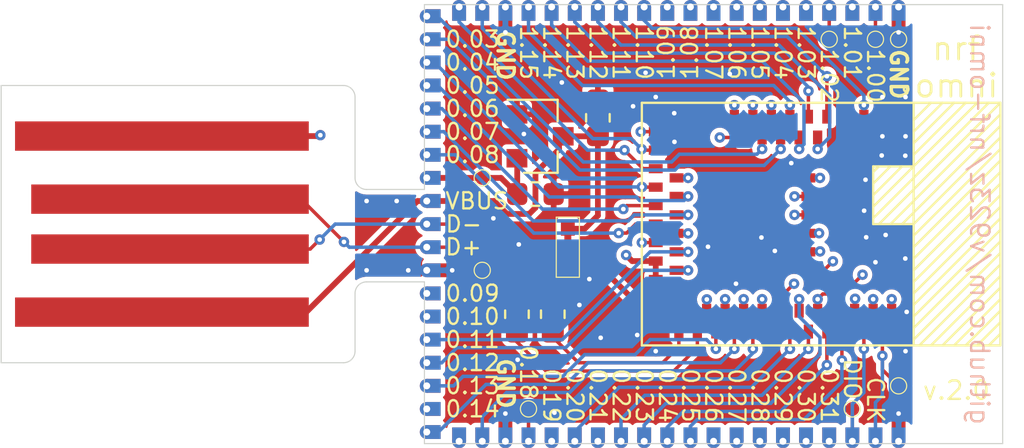
<source format=kicad_pcb>
(kicad_pcb (version 20171130) (host pcbnew 5.1.6-c6e7f7d~86~ubuntu19.10.1)
  (title_block (title "nrf omni") (date 2020-06-06) (rev 2.0) (company "Zoltán Vörös") (comment 1 "The MIT licence"))
  (layers (0 F.Cu signal) (1 In1.Cu signal) (2 In2.Cu signal) (31 B.Cu signal) (34 B.Paste user) (35 F.Paste user) (36 B.SilkS user) (37 F.SilkS user) (38 B.Mask user) (39 F.Mask user) (44 Edge.Cuts user))
  (net 0 "")
  (net 1 GND)
  (net 2 "Net-(R101-Pad1)")
  (net 3 "Net-(R102-Pad2)")
  (net 4 "Net-(U101-Pad31)")
  (net 5 "Net-(TP101-Pad1)")
  (net 6 "Net-(TP102-Pad1)")
  (net 7 "Net-(TP103-Pad1)")
  (net 8 "Net-(TP104-Pad1)")
  (net 9 "Net-(TP105-Pad1)")
  (net 10 "Net-(TP106-Pad1)")
  (net 11 "Net-(TP107-Pad1)")
  (net 12 "Net-(TP108-Pad1)")
  (net 13 "Net-(TP109-Pad1)")
  (net 14 "Net-(TP110-Pad1)")
  (net 15 "Net-(TP111-Pad1)")
  (net 16 "Net-(TP112-Pad1)")
  (net 17 "Net-(TP113-Pad1)")
  (net 18 "Net-(TP114-Pad1)")
  (net 19 "Net-(TP115-Pad1)")
  (net 20 "Net-(TP116-Pad1)")
  (net 21 "Net-(TP117-Pad1)")
  (net 22 "Net-(TP118-Pad1)")
  (net 23 "Net-(TP119-Pad1)")
  (net 24 "Net-(TP120-Pad1)")
  (net 25 "Net-(TP121-Pad1)")
  (net 26 "Net-(TP122-Pad1)")
  (net 27 "Net-(TP123-Pad1)")
  (net 28 "Net-(TP124-Pad1)")
  (net 29 "Net-(TP125-Pad1)")
  (net 30 "Net-(TP126-Pad1)")
  (net 31 "Net-(TP127-Pad1)")
  (net 32 "Net-(TP128-Pad1)")
  (net 33 "Net-(TP129-Pad1)")
  (net 34 "Net-(TP130-Pad1)")
  (net 35 "Net-(TP131-Pad1)")
  (net 36 "Net-(TP132-Pad1)")
  (net 37 "Net-(TP133-Pad1)")
  (net 38 "Net-(TP134-Pad1)")
  (net 39 "Net-(TP135-Pad1)")
  (net 40 "Net-(TP136-Pad1)")
  (net 41 "Net-(TP137-Pad1)")
  (net 42 "Net-(TP138-Pad1)")
  (net 43 "Net-(TP139-Pad1)")
  (net 44 "Net-(TP140-Pad1)")
  (net 45 "Net-(TP141-Pad1)")
  (net 46 "Net-(TP142-Pad1)")
  (net 47 "Net-(TP143-Pad1)")
  (net 48 "Net-(TP144-Pad1)")
  (net 49 "Net-(TP145-Pad1)")
  (net 50 "Net-(TP146-Pad1)")
  (net 51 "Net-(TP147-Pad1)")
  (net 52 "Net-(TP148-Pad1)")
  (net 53 "Net-(J101-Pad3)")
  (net 54 "Net-(J101-Pad2)")
  (net 55 "Net-(TP156-Pad1)")
  (net 56 "Net-(C101-Pad2)")
  (net 57 +3V3)
  (net 58 "Net-(TP159-Pad1)")
  (net 59 "Net-(JP101-Pad2)")
  (module omni:cast-0.6 (layer F.Cu) (at 100.1 103 180)
    (fp_text reference TP120 hide)
    (fp_text value 0.07 (at -0.75 0) (layer F.SilkS) (effects (font (size 0.7 0.7) (thickness 0.1)) (justify left)))
    (pad 1 thru_hole circle (at 0 0 180) (size 0.6 0.6) (drill 0.3) (layers *.Cu) (net 24 "Net-(TP120-Pad1)"))
    (pad 1 smd rect (at -0.3 0 180) (size 0.6 0.6) (layers F.Cu F.Mask) (net 24 "Net-(TP120-Pad1)"))
    (pad 1 smd rect (at -0.3 0 180) (size 0.6 0.6) (layers B.Cu B.Mask) (net 24 "Net-(TP120-Pad1)"))
  )
  (module omni:cast-0.6-1.0 (layer F.Cu) (at 100.1 109 180)
    (fp_text reference TP157 hide)
    (fp_text value GND hide)
    (pad 1 smd rect (at -0.3 0 180) (size 0.6 0.6) (layers B.Cu B.Mask) (net 1 GND))
    (pad 1 smd rect (at -0.5 0 180) (size 1 0.6) (layers F.Cu F.Mask) (net 1 GND))
    (pad 1 thru_hole circle (at 0 0 180) (size 0.6 0.6) (drill 0.3) (layers *.Cu) (net 1 GND))
  )
  (module omni:cast-0.6-1.0 (layer F.Cu) (at 103.5 116.4 270)
    (fp_text reference TP151 hide)
    (fp_text value GND (at -2.5 0 270 unlocked) (layer F.SilkS) (effects (font (size 0.7 0.7))))
    (pad 1 smd rect (at -0.3 0 270) (size 0.6 0.6) (layers B.Cu B.Mask) (net 1 GND))
    (pad 1 smd rect (at -0.5 0 270) (size 1 0.6) (layers F.Cu F.Mask) (net 1 GND))
    (pad 1 thru_hole circle (at 0 0 270) (size 0.6 0.6) (drill 0.3) (layers *.Cu) (net 1 GND))
  )
  (module omni:cast-0.6-1.0 (layer F.Cu) (at 120.5 116.4 270)
    (fp_text reference TP152 hide)
    (fp_text value GND hide)
    (pad 1 smd rect (at -0.3 0 270) (size 0.6 0.6) (layers B.Cu B.Mask) (net 1 GND))
    (pad 1 smd rect (at -0.5 0 270) (size 1 0.6) (layers F.Cu F.Mask) (net 1 GND))
    (pad 1 thru_hole circle (at 0 0 270) (size 0.6 0.6) (drill 0.3) (layers *.Cu) (net 1 GND))
  )
  (module omni:cast-0.6-1.0 (layer F.Cu) (at 120.5 97.6 90)
    (fp_text reference TP149 hide)
    (fp_text value GND (at -1.75 0 270 unlocked) (layer F.SilkS) (effects (font (size 0.7 0.7)) (justify left)))
    (pad 1 smd rect (at -0.3 0 90) (size 0.6 0.6) (layers B.Cu B.Mask) (net 1 GND))
    (pad 1 smd rect (at -0.5 0 90) (size 1 0.6) (layers F.Cu F.Mask) (net 1 GND))
    (pad 1 thru_hole circle (at 0 0 90) (size 0.6 0.6) (drill 0.3) (layers *.Cu) (net 1 GND))
  )
  (module omni:cast-0.6-1.0 (layer F.Cu) (at 103.5 97.6 90)
    (fp_text reference TP150 hide)
    (fp_text value GND (at -2.1 0 270 unlocked) (layer F.SilkS) (effects (font (size 0.7 0.7))))
    (pad 1 smd rect (at -0.3 0 90) (size 0.6 0.6) (layers B.Cu B.Mask) (net 1 GND))
    (pad 1 smd rect (at -0.5 0 90) (size 1 0.6) (layers F.Cu F.Mask) (net 1 GND))
    (pad 1 thru_hole circle (at 0 0 90) (size 0.6 0.6) (drill 0.3) (layers *.Cu) (net 1 GND))
  )
  (module omni:cast-0.6 (layer F.Cu) (at 119.5 116.4 270)
    (fp_text reference TP132 hide)
    (fp_text value CLK (at -0.75 0 270 unlocked) (layer F.SilkS) (effects (font (size 0.7 0.7) (thickness 0.1)) (justify right)))
    (pad 1 thru_hole circle (at 0 0 270) (size 0.6 0.6) (drill 0.3) (layers *.Cu) (net 36 "Net-(TP132-Pad1)"))
    (pad 1 smd rect (at -0.3 0 270) (size 0.6 0.6) (layers F.Cu F.Mask) (net 36 "Net-(TP132-Pad1)"))
    (pad 1 smd rect (at -0.3 0 270) (size 0.6 0.6) (layers B.Cu B.Mask) (net 36 "Net-(TP132-Pad1)"))
  )
  (module omni:cast-0.6 (layer F.Cu) (at 118.5 116.4 270)
    (fp_text reference TP134 hide)
    (fp_text value DIO (at -1.75 0 270 unlocked) (layer F.SilkS) (effects (font (size 0.7 0.7) (thickness 0.1)) (justify right)))
    (pad 1 thru_hole circle (at 0 0 270) (size 0.6 0.6) (drill 0.3) (layers *.Cu) (net 38 "Net-(TP134-Pad1)"))
    (pad 1 smd rect (at -0.3 0 270) (size 0.6 0.6) (layers F.Cu F.Mask) (net 38 "Net-(TP134-Pad1)"))
    (pad 1 smd rect (at -0.3 0 270) (size 0.6 0.6) (layers B.Cu B.Mask) (net 38 "Net-(TP134-Pad1)"))
  )
  (module omni:cast-0.6 (layer F.Cu) (at 117.5 116.4 270)
    (fp_text reference TP110 hide)
    (fp_text value 0.31 (at -0.75 0 270 unlocked) (layer F.SilkS) (effects (font (size 0.7 0.7) (thickness 0.1)) (justify right)))
    (pad 1 thru_hole circle (at 0 0 270) (size 0.6 0.6) (drill 0.3) (layers *.Cu) (net 14 "Net-(TP110-Pad1)"))
    (pad 1 smd rect (at -0.3 0 270) (size 0.6 0.6) (layers F.Cu F.Mask) (net 14 "Net-(TP110-Pad1)"))
    (pad 1 smd rect (at -0.3 0 270) (size 0.6 0.6) (layers B.Cu B.Mask) (net 14 "Net-(TP110-Pad1)"))
  )
  (module omni:cast-0.6 (layer F.Cu) (at 116.5 116.4 270)
    (fp_text reference TP112 hide)
    (fp_text value 0.30 (at -0.75 0 270 unlocked) (layer F.SilkS) (effects (font (size 0.7 0.7) (thickness 0.1)) (justify right)))
    (pad 1 thru_hole circle (at 0 0 270) (size 0.6 0.6) (drill 0.3) (layers *.Cu) (net 16 "Net-(TP112-Pad1)"))
    (pad 1 smd rect (at -0.3 0 270) (size 0.6 0.6) (layers F.Cu F.Mask) (net 16 "Net-(TP112-Pad1)"))
    (pad 1 smd rect (at -0.3 0 270) (size 0.6 0.6) (layers B.Cu B.Mask) (net 16 "Net-(TP112-Pad1)"))
  )
  (module omni:cast-0.6 (layer F.Cu) (at 115.5 116.4 270)
    (fp_text reference TP108 hide)
    (fp_text value 0.29 (at -0.75 0 270 unlocked) (layer F.SilkS) (effects (font (size 0.7 0.7) (thickness 0.1)) (justify right)))
    (pad 1 thru_hole circle (at 0 0 270) (size 0.6 0.6) (drill 0.3) (layers *.Cu) (net 12 "Net-(TP108-Pad1)"))
    (pad 1 smd rect (at -0.3 0 270) (size 0.6 0.6) (layers F.Cu F.Mask) (net 12 "Net-(TP108-Pad1)"))
    (pad 1 smd rect (at -0.3 0 270) (size 0.6 0.6) (layers B.Cu B.Mask) (net 12 "Net-(TP108-Pad1)"))
  )
  (module omni:cast-0.6 (layer F.Cu) (at 114.5 116.4 270)
    (fp_text reference TP111 hide)
    (fp_text value 0.28 (at -0.75 0 270 unlocked) (layer F.SilkS) (effects (font (size 0.7 0.7) (thickness 0.1)) (justify right)))
    (pad 1 thru_hole circle (at 0 0 270) (size 0.6 0.6) (drill 0.3) (layers *.Cu) (net 15 "Net-(TP111-Pad1)"))
    (pad 1 smd rect (at -0.3 0 270) (size 0.6 0.6) (layers F.Cu F.Mask) (net 15 "Net-(TP111-Pad1)"))
    (pad 1 smd rect (at -0.3 0 270) (size 0.6 0.6) (layers B.Cu B.Mask) (net 15 "Net-(TP111-Pad1)"))
  )
  (module omni:cast-0.6 (layer F.Cu) (at 113.5 116.4 270)
    (fp_text reference TP113 hide)
    (fp_text value 0.27 (at -0.75 0 270 unlocked) (layer F.SilkS) (effects (font (size 0.7 0.7) (thickness 0.1)) (justify right)))
    (pad 1 thru_hole circle (at 0 0 270) (size 0.6 0.6) (drill 0.3) (layers *.Cu) (net 17 "Net-(TP113-Pad1)"))
    (pad 1 smd rect (at -0.3 0 270) (size 0.6 0.6) (layers F.Cu F.Mask) (net 17 "Net-(TP113-Pad1)"))
    (pad 1 smd rect (at -0.3 0 270) (size 0.6 0.6) (layers B.Cu B.Mask) (net 17 "Net-(TP113-Pad1)"))
  )
  (module omni:cast-0.6 (layer F.Cu) (at 112.5 116.4 270)
    (fp_text reference TP116 hide)
    (fp_text value 0.26 (at -0.75 0 270 unlocked) (layer F.SilkS) (effects (font (size 0.7 0.7) (thickness 0.1)) (justify right)))
    (pad 1 thru_hole circle (at 0 0 270) (size 0.6 0.6) (drill 0.3) (layers *.Cu) (net 20 "Net-(TP116-Pad1)"))
    (pad 1 smd rect (at -0.3 0 270) (size 0.6 0.6) (layers F.Cu F.Mask) (net 20 "Net-(TP116-Pad1)"))
    (pad 1 smd rect (at -0.3 0 270) (size 0.6 0.6) (layers B.Cu B.Mask) (net 20 "Net-(TP116-Pad1)"))
  )
  (module omni:cast-0.6 (layer F.Cu) (at 111.5 116.4 270)
    (fp_text reference TP136 hide)
    (fp_text value 0.25 (at -0.75 0 270 unlocked) (layer F.SilkS) (effects (font (size 0.7 0.7) (thickness 0.1)) (justify right)))
    (pad 1 thru_hole circle (at 0 0 270) (size 0.6 0.6) (drill 0.3) (layers *.Cu) (net 40 "Net-(TP136-Pad1)"))
    (pad 1 smd rect (at -0.3 0 270) (size 0.6 0.6) (layers F.Cu F.Mask) (net 40 "Net-(TP136-Pad1)"))
    (pad 1 smd rect (at -0.3 0 270) (size 0.6 0.6) (layers B.Cu B.Mask) (net 40 "Net-(TP136-Pad1)"))
  )
  (module omni:cast-0.6 (layer F.Cu) (at 110.5 116.4 270)
    (fp_text reference TP137 hide)
    (fp_text value 0.24 (at -0.75 0 270 unlocked) (layer F.SilkS) (effects (font (size 0.7 0.7) (thickness 0.1)) (justify right)))
    (pad 1 thru_hole circle (at 0 0 270) (size 0.6 0.6) (drill 0.3) (layers *.Cu) (net 41 "Net-(TP137-Pad1)"))
    (pad 1 smd rect (at -0.3 0 270) (size 0.6 0.6) (layers F.Cu F.Mask) (net 41 "Net-(TP137-Pad1)"))
    (pad 1 smd rect (at -0.3 0 270) (size 0.6 0.6) (layers B.Cu B.Mask) (net 41 "Net-(TP137-Pad1)"))
  )
  (module omni:cast-0.6 (layer F.Cu) (at 109.5 116.4 270)
    (fp_text reference TP140 hide)
    (fp_text value 0.23 (at -0.75 0 270 unlocked) (layer F.SilkS) (effects (font (size 0.7 0.7) (thickness 0.1)) (justify right)))
    (pad 1 thru_hole circle (at 0 0 270) (size 0.6 0.6) (drill 0.3) (layers *.Cu) (net 44 "Net-(TP140-Pad1)"))
    (pad 1 smd rect (at -0.3 0 270) (size 0.6 0.6) (layers F.Cu F.Mask) (net 44 "Net-(TP140-Pad1)"))
    (pad 1 smd rect (at -0.3 0 270) (size 0.6 0.6) (layers B.Cu B.Mask) (net 44 "Net-(TP140-Pad1)"))
  )
  (module omni:cast-0.6 (layer F.Cu) (at 108.5 116.4 270)
    (fp_text reference TP139 hide)
    (fp_text value 0.22 (at -0.75 0 270 unlocked) (layer F.SilkS) (effects (font (size 0.7 0.7) (thickness 0.1)) (justify right)))
    (pad 1 thru_hole circle (at 0 0 270) (size 0.6 0.6) (drill 0.3) (layers *.Cu) (net 43 "Net-(TP139-Pad1)"))
    (pad 1 smd rect (at -0.3 0 270) (size 0.6 0.6) (layers F.Cu F.Mask) (net 43 "Net-(TP139-Pad1)"))
    (pad 1 smd rect (at -0.3 0 270) (size 0.6 0.6) (layers B.Cu B.Mask) (net 43 "Net-(TP139-Pad1)"))
  )
  (module omni:cast-0.6 (layer F.Cu) (at 107.5 116.4 270)
    (fp_text reference TP142 hide)
    (fp_text value 0.21 (at -0.75 0 270 unlocked) (layer F.SilkS) (effects (font (size 0.7 0.7) (thickness 0.1)) (justify right)))
    (pad 1 thru_hole circle (at 0 0 270) (size 0.6 0.6) (drill 0.3) (layers *.Cu) (net 46 "Net-(TP142-Pad1)"))
    (pad 1 smd rect (at -0.3 0 270) (size 0.6 0.6) (layers F.Cu F.Mask) (net 46 "Net-(TP142-Pad1)"))
    (pad 1 smd rect (at -0.3 0 270) (size 0.6 0.6) (layers B.Cu B.Mask) (net 46 "Net-(TP142-Pad1)"))
  )
  (module omni:cast-0.6 (layer F.Cu) (at 106.5 116.4 270)
    (fp_text reference TP141 hide)
    (fp_text value 0.20 (at -0.75 0 270 unlocked) (layer F.SilkS) (effects (font (size 0.7 0.7) (thickness 0.1)) (justify right)))
    (pad 1 thru_hole circle (at 0 0 270) (size 0.6 0.6) (drill 0.3) (layers *.Cu) (net 45 "Net-(TP141-Pad1)"))
    (pad 1 smd rect (at -0.3 0 270) (size 0.6 0.6) (layers F.Cu F.Mask) (net 45 "Net-(TP141-Pad1)"))
    (pad 1 smd rect (at -0.3 0 270) (size 0.6 0.6) (layers B.Cu B.Mask) (net 45 "Net-(TP141-Pad1)"))
  )
  (module omni:cast-0.6 (layer F.Cu) (at 105.5 116.4 270)
    (fp_text reference TP143 hide)
    (fp_text value 0.19 (at -0.75 0 270 unlocked) (layer F.SilkS) (effects (font (size 0.7 0.7) (thickness 0.1)) (justify right)))
    (pad 1 thru_hole circle (at 0 0 270) (size 0.6 0.6) (drill 0.3) (layers *.Cu) (net 47 "Net-(TP143-Pad1)"))
    (pad 1 smd rect (at -0.3 0 270) (size 0.6 0.6) (layers F.Cu F.Mask) (net 47 "Net-(TP143-Pad1)"))
    (pad 1 smd rect (at -0.3 0 270) (size 0.6 0.6) (layers B.Cu B.Mask) (net 47 "Net-(TP143-Pad1)"))
  )
  (module omni:cast-0.6 (layer F.Cu) (at 104.5 116.4 270)
    (fp_text reference TP159 hide)
    (fp_text value 0.18 (at -1.75 0 270 unlocked) (layer F.SilkS) (effects (font (size 0.7 0.7) (thickness 0.1)) (justify right)))
    (pad 1 thru_hole circle (at 0 0 270) (size 0.6 0.6) (drill 0.3) (layers *.Cu) (net 58 "Net-(TP159-Pad1)"))
    (pad 1 smd rect (at -0.3 0 270) (size 0.6 0.6) (layers F.Cu F.Mask) (net 58 "Net-(TP159-Pad1)"))
    (pad 1 smd rect (at -0.3 0 270) (size 0.6 0.6) (layers B.Cu B.Mask) (net 58 "Net-(TP159-Pad1)"))
  )
  (module omni:cast-0.6 (layer F.Cu) (at 102.5 116.4 270)
    (fp_text reference TP144 hide)
    (fp_text value 0.17 hide)
    (pad 1 thru_hole circle (at 0 0 270) (size 0.6 0.6) (drill 0.3) (layers *.Cu) (net 48 "Net-(TP144-Pad1)"))
    (pad 1 smd rect (at -0.3 0 270) (size 0.6 0.6) (layers F.Cu F.Mask) (net 48 "Net-(TP144-Pad1)"))
    (pad 1 smd rect (at -0.3 0 270) (size 0.6 0.6) (layers B.Cu B.Mask) (net 48 "Net-(TP144-Pad1)"))
  )
  (module omni:cast-0.6 (layer F.Cu) (at 101.5 116.4 270)
    (fp_text reference TP146 hide)
    (fp_text value 0.16 hide)
    (pad 1 thru_hole circle (at 0 0 270) (size 0.6 0.6) (drill 0.3) (layers *.Cu) (net 50 "Net-(TP146-Pad1)"))
    (pad 1 smd rect (at -0.3 0 270) (size 0.6 0.6) (layers F.Cu F.Mask) (net 50 "Net-(TP146-Pad1)"))
    (pad 1 smd rect (at -0.3 0 270) (size 0.6 0.6) (layers B.Cu B.Mask) (net 50 "Net-(TP146-Pad1)"))
  )
  (module omni:cast-0.6 (layer F.Cu) (at 100.1 107 180)
    (fp_text reference TP154 hide)
    (fp_text value D- (at -0.75 0) (layer F.SilkS) (effects (font (size 0.7 0.7) (thickness 0.1)) (justify left)))
    (pad 1 thru_hole circle (at 0 0 180) (size 0.6 0.6) (drill 0.3) (layers *.Cu) (net 54 "Net-(J101-Pad2)"))
    (pad 1 smd rect (at -0.3 0 180) (size 0.6 0.6) (layers F.Cu F.Mask) (net 54 "Net-(J101-Pad2)"))
    (pad 1 smd rect (at -0.3 0 180) (size 0.6 0.6) (layers B.Cu B.Mask) (net 54 "Net-(J101-Pad2)"))
  )
  (module omni:cast-0.6 (layer F.Cu) (at 100.1 115 180)
    (fp_text reference TP148 hide)
    (fp_text value 0.14 (at -0.75 0) (layer F.SilkS) (effects (font (size 0.7 0.7) (thickness 0.1)) (justify left)))
    (pad 1 thru_hole circle (at 0 0 180) (size 0.6 0.6) (drill 0.3) (layers *.Cu) (net 52 "Net-(TP148-Pad1)"))
    (pad 1 smd rect (at -0.3 0 180) (size 0.6 0.6) (layers F.Cu F.Mask) (net 52 "Net-(TP148-Pad1)"))
    (pad 1 smd rect (at -0.3 0 180) (size 0.6 0.6) (layers B.Cu B.Mask) (net 52 "Net-(TP148-Pad1)"))
  )
  (module omni:cast-0.6 (layer F.Cu) (at 100.1 116 180)
    (fp_text reference TP145 hide)
    (fp_text value 0.15 hide)
    (pad 1 thru_hole circle (at 0 0 180) (size 0.6 0.6) (drill 0.3) (layers *.Cu) (net 49 "Net-(TP145-Pad1)"))
    (pad 1 smd rect (at -0.3 0 180) (size 0.6 0.6) (layers F.Cu F.Mask) (net 49 "Net-(TP145-Pad1)"))
    (pad 1 smd rect (at -0.3 0 180) (size 0.6 0.6) (layers B.Cu B.Mask) (net 49 "Net-(TP145-Pad1)"))
  )
  (module omni:cast-0.6 (layer F.Cu) (at 100.1 114 180)
    (fp_text reference TP147 hide)
    (fp_text value 0.13 (at -0.75 0) (layer F.SilkS) (effects (font (size 0.7 0.7) (thickness 0.1)) (justify left)))
    (pad 1 thru_hole circle (at 0 0 180) (size 0.6 0.6) (drill 0.3) (layers *.Cu) (net 51 "Net-(TP147-Pad1)"))
    (pad 1 smd rect (at -0.3 0 180) (size 0.6 0.6) (layers F.Cu F.Mask) (net 51 "Net-(TP147-Pad1)"))
    (pad 1 smd rect (at -0.3 0 180) (size 0.6 0.6) (layers B.Cu B.Mask) (net 51 "Net-(TP147-Pad1)"))
  )
  (module omni:cast-0.6 (layer F.Cu) (at 100.1 113 180)
    (fp_text reference TP156 hide)
    (fp_text value 0.12 (at -0.75 0) (layer F.SilkS) (effects (font (size 0.7 0.7) (thickness 0.1)) (justify left)))
    (pad 1 thru_hole circle (at 0 0 180) (size 0.6 0.6) (drill 0.3) (layers *.Cu) (net 55 "Net-(TP156-Pad1)"))
    (pad 1 smd rect (at -0.3 0 180) (size 0.6 0.6) (layers F.Cu F.Mask) (net 55 "Net-(TP156-Pad1)"))
    (pad 1 smd rect (at -0.3 0 180) (size 0.6 0.6) (layers B.Cu B.Mask) (net 55 "Net-(TP156-Pad1)"))
  )
  (module omni:cast-0.6 (layer F.Cu) (at 100.1 112 180)
    (fp_text reference TP124 hide)
    (fp_text value 0.11 (at -0.75 0) (layer F.SilkS) (effects (font (size 0.7 0.7) (thickness 0.1)) (justify left)))
    (pad 1 thru_hole circle (at 0 0 180) (size 0.6 0.6) (drill 0.3) (layers *.Cu) (net 28 "Net-(TP124-Pad1)"))
    (pad 1 smd rect (at -0.3 0 180) (size 0.6 0.6) (layers F.Cu F.Mask) (net 28 "Net-(TP124-Pad1)"))
    (pad 1 smd rect (at -0.3 0 180) (size 0.6 0.6) (layers B.Cu B.Mask) (net 28 "Net-(TP124-Pad1)"))
  )
  (module omni:cast-0.6 (layer F.Cu) (at 100.1 111 180)
    (fp_text reference TP131 hide)
    (fp_text value 0.10 (at -0.75 0) (layer F.SilkS) (effects (font (size 0.7 0.7) (thickness 0.1)) (justify left)))
    (pad 1 thru_hole circle (at 0 0 180) (size 0.6 0.6) (drill 0.3) (layers *.Cu) (net 35 "Net-(TP131-Pad1)"))
    (pad 1 smd rect (at -0.3 0 180) (size 0.6 0.6) (layers F.Cu F.Mask) (net 35 "Net-(TP131-Pad1)"))
    (pad 1 smd rect (at -0.3 0 180) (size 0.6 0.6) (layers B.Cu B.Mask) (net 35 "Net-(TP131-Pad1)"))
  )
  (module omni:cast-0.6 (layer F.Cu) (at 100.1 110 180)
    (fp_text reference TP133 hide)
    (fp_text value 0.09 (at -0.75 0) (layer F.SilkS) (effects (font (size 0.7 0.7) (thickness 0.1)) (justify left)))
    (pad 1 thru_hole circle (at 0 0 180) (size 0.6 0.6) (drill 0.3) (layers *.Cu) (net 37 "Net-(TP133-Pad1)"))
    (pad 1 smd rect (at -0.3 0 180) (size 0.6 0.6) (layers F.Cu F.Mask) (net 37 "Net-(TP133-Pad1)"))
    (pad 1 smd rect (at -0.3 0 180) (size 0.6 0.6) (layers B.Cu B.Mask) (net 37 "Net-(TP133-Pad1)"))
  )
  (module omni:cast-0.6 (layer F.Cu) (at 100.1 108 180)
    (fp_text reference TP153 hide)
    (fp_text value D+ (at -1.59 0.01) (layer F.SilkS) (effects (font (size 0.7 0.7) (thickness 0.1))))
    (pad 1 thru_hole circle (at 0 0 180) (size 0.6 0.6) (drill 0.3) (layers *.Cu) (net 53 "Net-(J101-Pad3)"))
    (pad 1 smd rect (at -0.3 0 180) (size 0.6 0.6) (layers F.Cu F.Mask) (net 53 "Net-(J101-Pad3)"))
    (pad 1 smd rect (at -0.3 0 180) (size 0.6 0.6) (layers B.Cu B.Mask) (net 53 "Net-(J101-Pad3)"))
  )
  (module omni:cast-0.6 (layer F.Cu) (at 100.1 106 180)
    (fp_text reference TP155 hide)
    (fp_text value VBUS (at -0.75 0) (layer F.SilkS) (effects (font (size 0.7 0.7) (thickness 0.1)) (justify left)))
    (pad 1 thru_hole circle (at 0 0 180) (size 0.6 0.6) (drill 0.3) (layers *.Cu) (net 56 "Net-(C101-Pad2)"))
    (pad 1 smd rect (at -0.3 0 180) (size 0.6 0.6) (layers F.Cu F.Mask) (net 56 "Net-(C101-Pad2)"))
    (pad 1 smd rect (at -0.3 0 180) (size 0.6 0.6) (layers B.Cu B.Mask) (net 56 "Net-(C101-Pad2)"))
  )
  (module omni:cast-0.6 (layer F.Cu) (at 100.1 105 180)
    (fp_text reference TP158 hide)
    (fp_text value 3V3 hide)
    (pad 1 thru_hole circle (at 0 0 180) (size 0.6 0.6) (drill 0.3) (layers *.Cu) (net 57 +3V3))
    (pad 1 smd rect (at -0.3 0 180) (size 0.6 0.6) (layers F.Cu F.Mask) (net 57 +3V3))
    (pad 1 smd rect (at -0.3 0 180) (size 0.6 0.6) (layers B.Cu B.Mask) (net 57 +3V3))
  )
  (module omni:cast-0.6 (layer F.Cu) (at 100.1 104 180)
    (fp_text reference TP121 hide)
    (fp_text value 0.08 (at -0.75 0) (layer F.SilkS) (effects (font (size 0.7 0.7) (thickness 0.1)) (justify left)))
    (pad 1 thru_hole circle (at 0 0 180) (size 0.6 0.6) (drill 0.3) (layers *.Cu) (net 25 "Net-(TP121-Pad1)"))
    (pad 1 smd rect (at -0.3 0 180) (size 0.6 0.6) (layers F.Cu F.Mask) (net 25 "Net-(TP121-Pad1)"))
    (pad 1 smd rect (at -0.3 0 180) (size 0.6 0.6) (layers B.Cu B.Mask) (net 25 "Net-(TP121-Pad1)"))
  )
  (module omni:cast-0.6 (layer F.Cu) (at 100.1 102 180)
    (fp_text reference TP119 hide)
    (fp_text value 0.06 (at -0.75 0) (layer F.SilkS) (effects (font (size 0.7 0.7) (thickness 0.1)) (justify left)))
    (pad 1 thru_hole circle (at 0 0 180) (size 0.6 0.6) (drill 0.3) (layers *.Cu) (net 23 "Net-(TP119-Pad1)"))
    (pad 1 smd rect (at -0.3 0 180) (size 0.6 0.6) (layers F.Cu F.Mask) (net 23 "Net-(TP119-Pad1)"))
    (pad 1 smd rect (at -0.3 0 180) (size 0.6 0.6) (layers B.Cu B.Mask) (net 23 "Net-(TP119-Pad1)"))
  )
  (module omni:cast-0.6 (layer F.Cu) (at 100.1 101 180)
    (fp_text reference TP118 hide)
    (fp_text value 0.05 (at -0.75 0) (layer F.SilkS) (effects (font (size 0.7 0.7) (thickness 0.1)) (justify left)))
    (pad 1 thru_hole circle (at 0 0 180) (size 0.6 0.6) (drill 0.3) (layers *.Cu) (net 22 "Net-(TP118-Pad1)"))
    (pad 1 smd rect (at -0.3 0 180) (size 0.6 0.6) (layers F.Cu F.Mask) (net 22 "Net-(TP118-Pad1)"))
    (pad 1 smd rect (at -0.3 0 180) (size 0.6 0.6) (layers B.Cu B.Mask) (net 22 "Net-(TP118-Pad1)"))
  )
  (module omni:cast-0.6 (layer F.Cu) (at 100.1 100 180)
    (fp_text reference TP117 hide)
    (fp_text value 0.04 (at -0.75 0) (layer F.SilkS) (effects (font (size 0.7 0.7) (thickness 0.1)) (justify left)))
    (pad 1 thru_hole circle (at 0 0 180) (size 0.6 0.6) (drill 0.3) (layers *.Cu) (net 21 "Net-(TP117-Pad1)"))
    (pad 1 smd rect (at -0.3 0 180) (size 0.6 0.6) (layers F.Cu F.Mask) (net 21 "Net-(TP117-Pad1)"))
    (pad 1 smd rect (at -0.3 0 180) (size 0.6 0.6) (layers B.Cu B.Mask) (net 21 "Net-(TP117-Pad1)"))
  )
  (module omni:cast-0.6 (layer F.Cu) (at 100.1 99 180)
    (fp_text reference TP107 hide)
    (fp_text value 0.03 (at -0.75 0) (layer F.SilkS) (effects (font (size 0.7 0.7) (thickness 0.1)) (justify left)))
    (pad 1 thru_hole circle (at 0 0 180) (size 0.6 0.6) (drill 0.3) (layers *.Cu) (net 11 "Net-(TP107-Pad1)"))
    (pad 1 smd rect (at -0.3 0 180) (size 0.6 0.6) (layers F.Cu F.Mask) (net 11 "Net-(TP107-Pad1)"))
    (pad 1 smd rect (at -0.3 0 180) (size 0.6 0.6) (layers B.Cu B.Mask) (net 11 "Net-(TP107-Pad1)"))
  )
  (module omni:cast-0.6 (layer F.Cu) (at 100.1 98 180)
    (fp_text reference TP109 hide)
    (fp_text value 0.02 hide)
    (pad 1 thru_hole circle (at 0 0 180) (size 0.6 0.6) (drill 0.3) (layers *.Cu) (net 13 "Net-(TP109-Pad1)"))
    (pad 1 smd rect (at -0.3 0 180) (size 0.6 0.6) (layers F.Cu F.Mask) (net 13 "Net-(TP109-Pad1)"))
    (pad 1 smd rect (at -0.3 0 180) (size 0.6 0.6) (layers B.Cu B.Mask) (net 13 "Net-(TP109-Pad1)"))
  )
  (module omni:cast-0.6 (layer F.Cu) (at 101.5 97.6 90)
    (fp_text reference TP115 hide)
    (fp_text value 0.01 hide)
    (pad 1 thru_hole circle (at 0 0 90) (size 0.6 0.6) (drill 0.3) (layers *.Cu) (net 19 "Net-(TP115-Pad1)"))
    (pad 1 smd rect (at -0.3 0 90) (size 0.6 0.6) (layers F.Cu F.Mask) (net 19 "Net-(TP115-Pad1)"))
    (pad 1 smd rect (at -0.3 0 90) (size 0.6 0.6) (layers B.Cu B.Mask) (net 19 "Net-(TP115-Pad1)"))
  )
  (module omni:cast-0.6 (layer F.Cu) (at 119.5 97.6 90)
    (fp_text reference TP138 hide)
    (fp_text value 1.00 (at -1.75 0 270 unlocked) (layer F.SilkS) (effects (font (size 0.7 0.7) (thickness 0.1)) (justify left)))
    (pad 1 thru_hole circle (at 0 0 90) (size 0.6 0.6) (drill 0.3) (layers *.Cu) (net 42 "Net-(TP138-Pad1)"))
    (pad 1 smd rect (at -0.3 0 90) (size 0.6 0.6) (layers F.Cu F.Mask) (net 42 "Net-(TP138-Pad1)"))
    (pad 1 smd rect (at -0.3 0 90) (size 0.6 0.6) (layers B.Cu B.Mask) (net 42 "Net-(TP138-Pad1)"))
  )
  (module omni:cast-0.6 (layer F.Cu) (at 118.5 97.6 90)
    (fp_text reference TP125 hide)
    (fp_text value 1.01 (at -0.75 0 270 unlocked) (layer F.SilkS) (effects (font (size 0.7 0.7) (thickness 0.1)) (justify left)))
    (pad 1 thru_hole circle (at 0 0 90) (size 0.6 0.6) (drill 0.3) (layers *.Cu) (net 29 "Net-(TP125-Pad1)"))
    (pad 1 smd rect (at -0.3 0 90) (size 0.6 0.6) (layers F.Cu F.Mask) (net 29 "Net-(TP125-Pad1)"))
    (pad 1 smd rect (at -0.3 0 90) (size 0.6 0.6) (layers B.Cu B.Mask) (net 29 "Net-(TP125-Pad1)"))
  )
  (module omni:cast-0.6 (layer F.Cu) (at 117.5 97.6 90)
    (fp_text reference TP135 hide)
    (fp_text value 1.02 (at -1.75 0 270 unlocked) (layer F.SilkS) (effects (font (size 0.7 0.7) (thickness 0.1)) (justify left)))
    (pad 1 thru_hole circle (at 0 0 90) (size 0.6 0.6) (drill 0.3) (layers *.Cu) (net 39 "Net-(TP135-Pad1)"))
    (pad 1 smd rect (at -0.3 0 90) (size 0.6 0.6) (layers F.Cu F.Mask) (net 39 "Net-(TP135-Pad1)"))
    (pad 1 smd rect (at -0.3 0 90) (size 0.6 0.6) (layers B.Cu B.Mask) (net 39 "Net-(TP135-Pad1)"))
  )
  (module omni:cast-0.6 (layer F.Cu) (at 116.5 97.6 90)
    (fp_text reference TP126 hide)
    (fp_text value 1.03 (at -0.75 0 270 unlocked) (layer F.SilkS) (effects (font (size 0.7 0.7) (thickness 0.1)) (justify left)))
    (pad 1 thru_hole circle (at 0 0 90) (size 0.6 0.6) (drill 0.3) (layers *.Cu) (net 30 "Net-(TP126-Pad1)"))
    (pad 1 smd rect (at -0.3 0 90) (size 0.6 0.6) (layers F.Cu F.Mask) (net 30 "Net-(TP126-Pad1)"))
    (pad 1 smd rect (at -0.3 0 90) (size 0.6 0.6) (layers B.Cu B.Mask) (net 30 "Net-(TP126-Pad1)"))
  )
  (module omni:cast-0.6 (layer F.Cu) (at 115.5 97.6 90)
    (fp_text reference TP130 hide)
    (fp_text value 1.04 (at -0.75 0 270 unlocked) (layer F.SilkS) (effects (font (size 0.7 0.7) (thickness 0.1)) (justify left)))
    (pad 1 thru_hole circle (at 0 0 90) (size 0.6 0.6) (drill 0.3) (layers *.Cu) (net 34 "Net-(TP130-Pad1)"))
    (pad 1 smd rect (at -0.3 0 90) (size 0.6 0.6) (layers F.Cu F.Mask) (net 34 "Net-(TP130-Pad1)"))
    (pad 1 smd rect (at -0.3 0 90) (size 0.6 0.6) (layers B.Cu B.Mask) (net 34 "Net-(TP130-Pad1)"))
  )
  (module omni:cast-0.6 (layer F.Cu) (at 114.5 97.6 90)
    (fp_text reference TP127 hide)
    (fp_text value 1.05 (at -0.75 0 270 unlocked) (layer F.SilkS) (effects (font (size 0.7 0.7) (thickness 0.1)) (justify left)))
    (pad 1 thru_hole circle (at 0 0 90) (size 0.6 0.6) (drill 0.3) (layers *.Cu) (net 31 "Net-(TP127-Pad1)"))
    (pad 1 smd rect (at -0.3 0 90) (size 0.6 0.6) (layers F.Cu F.Mask) (net 31 "Net-(TP127-Pad1)"))
    (pad 1 smd rect (at -0.3 0 90) (size 0.6 0.6) (layers B.Cu B.Mask) (net 31 "Net-(TP127-Pad1)"))
  )
  (module omni:cast-0.6 (layer F.Cu) (at 113.5 97.6 90)
    (fp_text reference TP129 hide)
    (fp_text value 1.06 (at -0.75 0 270 unlocked) (layer F.SilkS) (effects (font (size 0.7 0.7) (thickness 0.1)) (justify left)))
    (pad 1 thru_hole circle (at 0 0 90) (size 0.6 0.6) (drill 0.3) (layers *.Cu) (net 33 "Net-(TP129-Pad1)"))
    (pad 1 smd rect (at -0.3 0 90) (size 0.6 0.6) (layers F.Cu F.Mask) (net 33 "Net-(TP129-Pad1)"))
    (pad 1 smd rect (at -0.3 0 90) (size 0.6 0.6) (layers B.Cu B.Mask) (net 33 "Net-(TP129-Pad1)"))
  )
  (module omni:cast-0.6 (layer F.Cu) (at 112.5 97.6 90)
    (fp_text reference TP128 hide)
    (fp_text value 1.07 (at -0.75 0 270 unlocked) (layer F.SilkS) (effects (font (size 0.7 0.7) (thickness 0.1)) (justify left)))
    (pad 1 thru_hole circle (at 0 0 90) (size 0.6 0.6) (drill 0.3) (layers *.Cu) (net 32 "Net-(TP128-Pad1)"))
    (pad 1 smd rect (at -0.3 0 90) (size 0.6 0.6) (layers F.Cu F.Mask) (net 32 "Net-(TP128-Pad1)"))
    (pad 1 smd rect (at -0.3 0 90) (size 0.6 0.6) (layers B.Cu B.Mask) (net 32 "Net-(TP128-Pad1)"))
  )
  (module omni:cast-0.6 (layer F.Cu) (at 111.5 97.6 90)
    (fp_text reference TP122 hide)
    (fp_text value 1.08 (at -1.97 -0.03 -90) (layer F.SilkS) (effects (font (size 0.7 0.7) (thickness 0.1))))
    (pad 1 thru_hole circle (at 0 0 90) (size 0.6 0.6) (drill 0.3) (layers *.Cu) (net 26 "Net-(TP122-Pad1)"))
    (pad 1 smd rect (at -0.3 0 90) (size 0.6 0.6) (layers F.Cu F.Mask) (net 26 "Net-(TP122-Pad1)"))
    (pad 1 smd rect (at -0.3 0 90) (size 0.6 0.6) (layers B.Cu B.Mask) (net 26 "Net-(TP122-Pad1)"))
  )
  (module omni:cast-0.6 (layer F.Cu) (at 110.5 97.6 90)
    (fp_text reference TP123 hide)
    (fp_text value 1.09 (at -1.96 -0.04 -90) (layer F.SilkS) (effects (font (size 0.7 0.7) (thickness 0.1))))
    (pad 1 thru_hole circle (at 0 0 90) (size 0.6 0.6) (drill 0.3) (layers *.Cu) (net 27 "Net-(TP123-Pad1)"))
    (pad 1 smd rect (at -0.3 0 90) (size 0.6 0.6) (layers F.Cu F.Mask) (net 27 "Net-(TP123-Pad1)"))
    (pad 1 smd rect (at -0.3 0 90) (size 0.6 0.6) (layers B.Cu B.Mask) (net 27 "Net-(TP123-Pad1)"))
  )
  (module omni:cast-0.6 (layer F.Cu) (at 109.5 97.6 90)
    (fp_text reference TP101 hide)
    (fp_text value 1.10 (at -0.75 0 270 unlocked) (layer F.SilkS) (effects (font (size 0.7 0.7) (thickness 0.1)) (justify left)))
    (pad 1 thru_hole circle (at 0 0 90) (size 0.6 0.6) (drill 0.3) (layers *.Cu) (net 5 "Net-(TP101-Pad1)"))
    (pad 1 smd rect (at -0.3 0 90) (size 0.6 0.6) (layers F.Cu F.Mask) (net 5 "Net-(TP101-Pad1)"))
    (pad 1 smd rect (at -0.3 0 90) (size 0.6 0.6) (layers B.Cu B.Mask) (net 5 "Net-(TP101-Pad1)"))
  )
  (module omni:cast-0.6 (layer F.Cu) (at 108.5 97.6 90)
    (fp_text reference TP102 hide)
    (fp_text value 1.11 (at -0.75 0 270 unlocked) (layer F.SilkS) (effects (font (size 0.7 0.7) (thickness 0.1)) (justify left)))
    (pad 1 thru_hole circle (at 0 0 90) (size 0.6 0.6) (drill 0.3) (layers *.Cu) (net 6 "Net-(TP102-Pad1)"))
    (pad 1 smd rect (at -0.3 0 90) (size 0.6 0.6) (layers F.Cu F.Mask) (net 6 "Net-(TP102-Pad1)"))
    (pad 1 smd rect (at -0.3 0 90) (size 0.6 0.6) (layers B.Cu B.Mask) (net 6 "Net-(TP102-Pad1)"))
  )
  (module omni:cast-0.6 (layer F.Cu) (at 107.5 97.6 90)
    (fp_text reference TP103 hide)
    (fp_text value 1.12 (at -0.75 0 270 unlocked) (layer F.SilkS) (effects (font (size 0.7 0.7) (thickness 0.1)) (justify left)))
    (pad 1 thru_hole circle (at 0 0 90) (size 0.6 0.6) (drill 0.3) (layers *.Cu) (net 7 "Net-(TP103-Pad1)"))
    (pad 1 smd rect (at -0.3 0 90) (size 0.6 0.6) (layers F.Cu F.Mask) (net 7 "Net-(TP103-Pad1)"))
    (pad 1 smd rect (at -0.3 0 90) (size 0.6 0.6) (layers B.Cu B.Mask) (net 7 "Net-(TP103-Pad1)"))
  )
  (module omni:cast-0.6 (layer F.Cu) (at 106.5 97.6 90)
    (fp_text reference TP104 hide)
    (fp_text value 1.13 (at -0.75 0 270 unlocked) (layer F.SilkS) (effects (font (size 0.7 0.7) (thickness 0.1)) (justify left)))
    (pad 1 thru_hole circle (at 0 0 90) (size 0.6 0.6) (drill 0.3) (layers *.Cu) (net 8 "Net-(TP104-Pad1)"))
    (pad 1 smd rect (at -0.3 0 90) (size 0.6 0.6) (layers F.Cu F.Mask) (net 8 "Net-(TP104-Pad1)"))
    (pad 1 smd rect (at -0.3 0 90) (size 0.6 0.6) (layers B.Cu B.Mask) (net 8 "Net-(TP104-Pad1)"))
  )
  (module omni:cast-0.6 (layer F.Cu) (at 105.5 97.6 90)
    (fp_text reference TP105 hide)
    (fp_text value 1.14 (at -0.75 0 270 unlocked) (layer F.SilkS) (effects (font (size 0.7 0.7) (thickness 0.1)) (justify left)))
    (pad 1 thru_hole circle (at 0 0 90) (size 0.6 0.6) (drill 0.3) (layers *.Cu) (net 9 "Net-(TP105-Pad1)"))
    (pad 1 smd rect (at -0.3 0 90) (size 0.6 0.6) (layers F.Cu F.Mask) (net 9 "Net-(TP105-Pad1)"))
    (pad 1 smd rect (at -0.3 0 90) (size 0.6 0.6) (layers B.Cu B.Mask) (net 9 "Net-(TP105-Pad1)"))
  )
  (module omni:cast-0.6 (layer F.Cu) (at 104.5 97.6 90)
    (fp_text reference TP106 hide)
    (fp_text value 1.15 (at -0.75 0 270 unlocked) (layer F.SilkS) (effects (font (size 0.7 0.7) (thickness 0.1)) (justify left)))
    (pad 1 thru_hole circle (at 0 0 90) (size 0.6 0.6) (drill 0.3) (layers *.Cu) (net 10 "Net-(TP106-Pad1)"))
    (pad 1 smd rect (at -0.3 0 90) (size 0.6 0.6) (layers F.Cu F.Mask) (net 10 "Net-(TP106-Pad1)"))
    (pad 1 smd rect (at -0.3 0 90) (size 0.6 0.6) (layers B.Cu B.Mask) (net 10 "Net-(TP106-Pad1)"))
  )
  (module omni:cast-0.6 (layer F.Cu) (at 102.5 97.6 90)
    (fp_text reference TP114 hide)
    (fp_text value 0.00 hide)
    (pad 1 thru_hole circle (at 0 0 90) (size 0.6 0.6) (drill 0.3) (layers *.Cu) (net 18 "Net-(TP114-Pad1)"))
    (pad 1 smd rect (at -0.3 0 90) (size 0.6 0.6) (layers F.Cu F.Mask) (net 18 "Net-(TP114-Pad1)"))
    (pad 1 smd rect (at -0.3 0 90) (size 0.6 0.6) (layers B.Cu B.Mask) (net 18 "Net-(TP114-Pad1)"))
  )
  (module omni:USB-A-trace-connector (layer F.Cu) (at 95 107 90)
    (fp_text reference J101 hide)
    (fp_text value USB-trace hide)
    (pad 1 smd rect (at -3.81 -6.35 90) (size 1.27 12.7) (layers F.Cu F.Mask) (net 56 "Net-(C101-Pad2)"))
    (pad 2 smd rect (at -1.08 -6 90) (size 1.27 12) (layers F.Cu F.Mask) (net 54 "Net-(J101-Pad2)"))
    (pad 3 smd rect (at 1.08 -6 90) (size 1.27 12) (layers F.Cu F.Mask) (net 53 "Net-(J101-Pad3)"))
    (pad 4 smd rect (at 3.81 -6.35 90) (size 1.27 12.7) (layers F.Cu F.Mask) (net 1 GND))
  )
  (module omni:TestPoint_Pad_D0.6mm (layer F.Cu) (at 120.5 99)
    (fp_text reference TP169 hide)
    (fp_text value GND hide)
    (pad 1 smd circle (at 0 0) (size 0.6 0.6) (layers F.Cu F.Mask) (net 1 GND))
  )
  (module omni:TestPoint_Pad_D0.6mm (layer F.Cu) (at 102.5 109)
    (fp_text reference TP168 hide)
    (fp_text value GND hide)
    (pad 1 smd circle (at 0 0) (size 0.6 0.6) (layers F.Cu F.Mask) (net 1 GND))
  )
  (module omni:TestPoint_Pad_D0.6mm (layer F.Cu) (at 102.5 105)
    (fp_text reference TP167 hide)
    (fp_text value 3V3 hide)
    (pad 1 smd circle (at 0 0) (size 0.6 0.6) (layers F.Cu F.Mask) (net 57 +3V3))
  )
  (module omni:TestPoint_Pad_D0.6mm (layer F.Cu) (at 104.5 115)
    (fp_text reference TP166 hide)
    (fp_text value RST hide)
    (pad 1 smd circle (at 0 0) (size 0.6 0.6) (layers F.Cu F.Mask) (net 58 "Net-(TP159-Pad1)"))
  )
  (module omni:TestPoint_Pad_D0.6mm (layer F.Cu) (at 119.5 99)
    (fp_text reference TP165 hide)
    (fp_text value SWO hide)
    (pad 1 smd circle (at 0 0) (size 0.6 0.6) (layers F.Cu F.Mask) (net 42 "Net-(TP138-Pad1)"))
  )
  (module omni:TestPoint_Pad_D0.6mm (layer F.Cu) (at 118.5 115)
    (fp_text reference TP164 hide)
    (fp_text value DIO hide)
    (pad 1 smd circle (at 0 0) (size 0.6 0.6) (layers F.Cu F.Mask) (net 38 "Net-(TP134-Pad1)"))
  )
  (module omni:TestPoint_Pad_D0.6mm (layer F.Cu) (at 120.5 114)
    (fp_text reference TP163 hide)
    (fp_text value CLK hide)
    (pad 1 smd circle (at 0 0) (size 0.6 0.6) (layers F.Cu F.Mask) (net 36 "Net-(TP132-Pad1)"))
  )
  (module omni:TestPoint_Pad_D0.6mm (layer F.Cu) (at 117.5 99)
    (fp_text reference TP162 hide)
    (fp_text value SWCH hide)
    (pad 1 smd circle (at 0 0) (size 0.6 0.6) (layers F.Cu F.Mask) (net 39 "Net-(TP135-Pad1)"))
  )
  (module omni:SolderJumper-3-Bridged12_0.6x0.6mm (layer F.Cu) (at 106.2 108 270)
    (fp_text reference JP101 hide)
    (fp_text value SolderJumper_3_Bridged12 hide)
    (fp_poly (pts (xy -0.69 -0.15) (xy -0.29 -0.15) (xy -0.29 0.15) (xy -0.69 0.15)) (layer F.Cu) (width 0))
    (pad 1 smd rect (at -0.8 0 270) (size 0.6 0.6) (layers F.Cu F.Mask) (net 56 "Net-(C101-Pad2)"))
    (pad 2 smd rect (at 0 0 270) (size 0.6 0.6) (layers F.Cu F.Mask) (net 59 "Net-(JP101-Pad2)"))
    (pad 3 smd rect (at 0.8 0 270) (size 0.6 0.6) (layers F.Cu F.Mask) (net 1 GND))
  )
  (module omni:AlignmentHole_0.8mm (layer F.Cu) (at 121.75 98.5)
    (fp_text reference H104 hide)
    (fp_text value 0.8mm hide)
    (pad "" np_thru_hole circle (at 0 0) (size 0.8 0.8) (drill 0.8) (layers *.Cu *.Mask))
  )
  (module omni:AlignmentHole_0.8mm (layer F.Cu) (at 121.75 115.5)
    (fp_text reference H103 hide)
    (fp_text value 0.8mm hide)
    (pad "" np_thru_hole circle (at 0 0) (size 0.8 0.8) (drill 0.8) (layers *.Cu *.Mask))
  )
  (module omni:AlignmentHole_0.5mm (layer F.Cu) (at 123 115.5)
    (fp_text reference H102 hide)
    (fp_text value 0.5mm hide)
    (pad "" np_thru_hole circle (at 0 0) (size 0.5 0.5) (drill 0.5) (layers *.Cu *.Mask))
  )
  (module omni:AlignmentHole_0.5mm (layer F.Cu) (at 123 98.5)
    (fp_text reference H101 hide)
    (fp_text value 0.5mm hide)
    (pad "" np_thru_hole circle (at 0 0) (size 0.5 0.5) (drill 0.5) (layers *.Cu *.Mask))
  )
  (module Package_TO_SOT_SMD:SOT-23 (layer F.Cu) (at 105 103.2)
    (fp_text reference U102 hide)
    (fp_text value MCP1703A-4002_SOT23 hide)
    (pad 3 smd rect (at 1 0) (size 0.9 0.8) (layers F.Cu F.Paste F.Mask) (net 56 "Net-(C101-Pad2)"))
    (pad 2 smd rect (at -1 0.95) (size 0.9 0.8) (layers F.Cu F.Paste F.Mask) (net 57 +3V3))
    (pad 1 smd rect (at -1 -0.95) (size 0.9 0.8) (layers F.Cu F.Paste F.Mask) (net 1 GND))
  )
  (module Capacitor_SMD:C_0603_1608Metric (layer F.Cu) (at 104.8 105.7)
    (fp_text reference C102 hide)
    (fp_text value 10uF hide)
    (pad 2 smd roundrect (at 0.7875 0) (size 0.875 0.95) (layers F.Cu F.Paste F.Mask) (net 1 GND))
    (pad 1 smd roundrect (at -0.7875 0) (size 0.875 0.95) (layers F.Cu F.Paste F.Mask) (net 57 +3V3))
  )
  (module Capacitor_SMD:C_0603_1608Metric (layer F.Cu) (at 107.5 102.4 270)
    (fp_text reference C101 hide)
    (fp_text value 10uF hide)
    (pad 2 smd roundrect (at 0.7875 0 270) (size 0.875 0.95) (layers F.Cu F.Paste F.Mask) (net 56 "Net-(C101-Pad2)"))
    (pad 1 smd roundrect (at -0.7875 0 270) (size 0.875 0.95) (layers F.Cu F.Paste F.Mask) (net 1 GND))
  )
  (module omni:MDBT50Q1MV2 (layer F.Cu) (at 109.4 107 270)
    (fp_text reference U101)
    (fp_text value MDBT50Q-1MV2 hide)
    (pad 1 smd rect (at -4.65 -11.5) (size 0.4 0.6) (layers F.Cu F.Paste F.Mask) (net 1 GND))
    (pad 2 smd rect (at -4.65 -10.4) (size 0.4 0.6) (layers F.Cu F.Paste F.Mask) (net 1 GND))
    (pad 3 smd rect (at -4.65 -9.6) (size 0.4 0.6) (layers F.Cu F.Paste F.Mask) (net 5 "Net-(TP101-Pad1)"))
    (pad 4 smd rect (at -4.65 -8) (size 0.4 0.6) (layers F.Cu F.Paste F.Mask) (net 6 "Net-(TP102-Pad1)"))
    (pad 5 smd rect (at -3.75 -7.6) (size 0.4 0.6) (layers F.Cu F.Paste F.Mask) (net 7 "Net-(TP103-Pad1)"))
    (pad 6 smd rect (at -4.65 -7.2) (size 0.4 0.6) (layers F.Cu F.Paste F.Mask) (net 8 "Net-(TP104-Pad1)"))
    (pad 7 smd rect (at -3.75 -6.8) (size 0.4 0.6) (layers F.Cu F.Paste F.Mask) (net 9 "Net-(TP105-Pad1)"))
    (pad 8 smd rect (at -4.65 -6.4) (size 0.4 0.6) (layers F.Cu F.Paste F.Mask) (net 10 "Net-(TP106-Pad1)"))
    (pad 9 smd rect (at -3.75 -6) (size 0.4 0.6) (layers F.Cu F.Paste F.Mask) (net 11 "Net-(TP107-Pad1)"))
    (pad 10 smd rect (at -4.65 -5.6) (size 0.4 0.6) (layers F.Cu F.Paste F.Mask) (net 12 "Net-(TP108-Pad1)"))
    (pad 11 smd rect (at -3.75 -5.2) (size 0.4 0.6) (layers F.Cu F.Paste F.Mask) (net 13 "Net-(TP109-Pad1)"))
    (pad 12 smd rect (at -4.65 -4.8) (size 0.4 0.6) (layers F.Cu F.Paste F.Mask) (net 14 "Net-(TP110-Pad1)"))
    (pad 13 smd rect (at -3.75 -4.4) (size 0.4 0.6) (layers F.Cu F.Paste F.Mask) (net 15 "Net-(TP111-Pad1)"))
    (pad 14 smd rect (at -4.65 -4) (size 0.4 0.6) (layers F.Cu F.Paste F.Mask) (net 16 "Net-(TP112-Pad1)"))
    (pad 15 smd rect (at -4.8 -0.6 270) (size 0.4 0.6) (layers F.Cu F.Paste F.Mask) (net 1 GND))
    (pad 16 smd rect (at -4 -0.6 270) (size 0.4 0.6) (layers F.Cu F.Paste F.Mask) (net 17 "Net-(TP113-Pad1)"))
    (pad 17 smd rect (at -3.2 -0.6 270) (size 0.4 0.6) (layers F.Cu F.Paste F.Mask) (net 18 "Net-(TP114-Pad1)"))
    (pad 18 smd rect (at -2.4 -0.6 270) (size 0.4 0.6) (layers F.Cu F.Paste F.Mask) (net 19 "Net-(TP115-Pad1)"))
    (pad 19 smd rect (at -2 -1.5 270) (size 0.4 0.6) (layers F.Cu F.Paste F.Mask) (net 20 "Net-(TP116-Pad1)"))
    (pad 20 smd rect (at -1.6 -0.6 270) (size 0.4 0.6) (layers F.Cu F.Paste F.Mask) (net 21 "Net-(TP117-Pad1)"))
    (pad 21 smd rect (at -1.2 -1.5 270) (size 0.4 0.6) (layers F.Cu F.Paste F.Mask) (net 22 "Net-(TP118-Pad1)"))
    (pad 22 smd rect (at -0.8 -0.6 270) (size 0.4 0.6) (layers F.Cu F.Paste F.Mask) (net 23 "Net-(TP119-Pad1)"))
    (pad 23 smd rect (at -0.4 -1.5 270) (size 0.4 0.6) (layers F.Cu F.Paste F.Mask) (net 24 "Net-(TP120-Pad1)"))
    (pad 24 smd rect (at 0 -0.6 270) (size 0.4 0.6) (layers F.Cu F.Paste F.Mask) (net 25 "Net-(TP121-Pad1)"))
    (pad 25 smd rect (at 0.4 -1.5 270) (size 0.4 0.6) (layers F.Cu F.Paste F.Mask) (net 26 "Net-(TP122-Pad1)"))
    (pad 26 smd rect (at 0.8 -0.6 270) (size 0.4 0.6) (layers F.Cu F.Paste F.Mask) (net 27 "Net-(TP123-Pad1)"))
    (pad 27 smd rect (at 1.2 -1.5 270) (size 0.4 0.6) (layers F.Cu F.Paste F.Mask) (net 28 "Net-(TP124-Pad1)"))
    (pad 28 smd rect (at 1.6 -0.6 270) (size 0.4 0.6) (layers F.Cu F.Paste F.Mask) (net 57 +3V3))
    (pad 29 smd rect (at 2 -1.5 270) (size 0.4 0.6) (layers F.Cu F.Paste F.Mask) (net 55 "Net-(TP156-Pad1)"))
    (pad 30 smd rect (at 2.4 -0.6 270) (size 0.4 0.6) (layers F.Cu F.Paste F.Mask) (net 57 +3V3))
    (pad 31 smd rect (at 3.2 -0.6 270) (size 0.4 0.6) (layers F.Cu F.Paste F.Mask) (net 4 "Net-(U101-Pad31)"))
    (pad 32 smd rect (at 4 -0.6 270) (size 0.4 0.6) (layers F.Cu F.Paste F.Mask) (net 59 "Net-(JP101-Pad2)"))
    (pad 33 smd rect (at 4.8 -0.6 270) (size 0.4 0.6) (layers F.Cu F.Paste F.Mask) (net 1 GND))
    (pad 34 smd rect (at 4.65 -1.6) (size 0.4 0.6) (layers F.Cu F.Paste F.Mask) (net 3 "Net-(R102-Pad2)"))
    (pad 35 smd rect (at 4.65 -2.4) (size 0.4 0.6) (layers F.Cu F.Paste F.Mask) (net 2 "Net-(R101-Pad1)"))
    (pad 36 smd rect (at 3.75 -2.8) (size 0.4 0.6) (layers F.Cu F.Paste F.Mask) (net 52 "Net-(TP148-Pad1)"))
    (pad 37 smd rect (at 4.65 -3.2) (size 0.4 0.6) (layers F.Cu F.Paste F.Mask) (net 51 "Net-(TP147-Pad1)"))
    (pad 38 smd rect (at 3.75 -3.6) (size 0.4 0.6) (layers F.Cu F.Paste F.Mask) (net 50 "Net-(TP146-Pad1)"))
    (pad 39 smd rect (at 4.65 -4) (size 0.4 0.6) (layers F.Cu F.Paste F.Mask) (net 49 "Net-(TP145-Pad1)"))
    (pad 40 smd rect (at 3.75 -4.4) (size 0.4 0.6) (layers F.Cu F.Paste F.Mask) (net 58 "Net-(TP159-Pad1)"))
    (pad 41 smd rect (at 4.65 -4.8) (size 0.4 0.6) (layers F.Cu F.Paste F.Mask) (net 48 "Net-(TP144-Pad1)"))
    (pad 42 smd rect (at 3.75 -5.2) (size 0.4 0.6) (layers F.Cu F.Paste F.Mask) (net 47 "Net-(TP143-Pad1)"))
    (pad 43 smd rect (at 3.75 -6) (size 0.4 0.6) (layers F.Cu F.Paste F.Mask) (net 46 "Net-(TP142-Pad1)"))
    (pad 44 smd rect (at 4.65 -6.4) (size 0.4 0.6) (layers F.Cu F.Paste F.Mask) (net 45 "Net-(TP141-Pad1)"))
    (pad 45 smd rect (at 3.75 -6.8) (size 0.4 0.6) (layers F.Cu F.Paste F.Mask) (net 44 "Net-(TP140-Pad1)"))
    (pad 46 smd rect (at 4.65 -7.2) (size 0.4 0.6) (layers F.Cu F.Paste F.Mask) (net 43 "Net-(TP139-Pad1)"))
    (pad 47 smd rect (at 3.75 -7.6) (size 0.4 0.6) (layers F.Cu F.Paste F.Mask) (net 42 "Net-(TP138-Pad1)"))
    (pad 48 smd rect (at 4.65 -8) (size 0.4 0.6) (layers F.Cu F.Paste F.Mask) (net 41 "Net-(TP137-Pad1)"))
    (pad 49 smd rect (at 3.75 -8.4) (size 0.4 0.6) (layers F.Cu F.Paste F.Mask) (net 40 "Net-(TP136-Pad1)"))
    (pad 50 smd rect (at 3.75 -9.2) (size 0.4 0.6) (layers F.Cu F.Paste F.Mask) (net 39 "Net-(TP135-Pad1)"))
    (pad 51 smd rect (at 4.65 -9.6) (size 0.4 0.6) (layers F.Cu F.Paste F.Mask) (net 38 "Net-(TP134-Pad1)"))
    (pad 52 smd rect (at 3.75 -10) (size 0.4 0.6) (layers F.Cu F.Paste F.Mask) (net 37 "Net-(TP133-Pad1)"))
    (pad 53 smd rect (at 4.65 -10.4) (size 0.4 0.6) (layers F.Cu F.Paste F.Mask) (net 36 "Net-(TP132-Pad1)"))
    (pad 54 smd rect (at 3.75 -10.8) (size 0.4 0.6) (layers F.Cu F.Paste F.Mask) (net 35 "Net-(TP131-Pad1)"))
    (pad 55 smd rect (at 4.65 -11.5) (size 0.4 0.6) (layers F.Cu F.Paste F.Mask) (net 1 GND))
    (pad 56 smd rect (at -2 -7.2 270) (size 0.4 0.6) (layers F.Cu F.Paste F.Mask) (net 34 "Net-(TP130-Pad1)"))
    (pad 57 smd rect (at -1.2 -7.2 270) (size 0.4 0.6) (layers F.Cu F.Paste F.Mask) (net 33 "Net-(TP129-Pad1)"))
    (pad 58 smd rect (at -0.4 -7.2 270) (size 0.4 0.6) (layers F.Cu F.Paste F.Mask) (net 32 "Net-(TP128-Pad1)"))
    (pad 59 smd rect (at 0.4 -7.2 270) (size 0.4 0.6) (layers F.Cu F.Paste F.Mask) (net 31 "Net-(TP127-Pad1)"))
    (pad 60 smd rect (at 1.2 -7.2 270) (size 0.4 0.6) (layers F.Cu F.Paste F.Mask) (net 30 "Net-(TP126-Pad1)"))
    (pad 61 smd rect (at 2 -7.2 270) (size 0.4 0.6) (layers F.Cu F.Paste F.Mask) (net 29 "Net-(TP125-Pad1)"))
  )
  (module Resistor_SMD:R_0603_1608Metric (layer F.Cu) (at 104 110.9 90)
    (fp_text reference R101 hide)
    (fp_text value 22R hide)
    (pad 2 smd roundrect (at 0.7875 0 90) (size 0.875 0.95) (layers F.Cu F.Paste F.Mask) (net 53 "Net-(J101-Pad3)"))
    (pad 1 smd roundrect (at -0.7875 0 90) (size 0.875 0.95) (layers F.Cu F.Paste F.Mask) (net 2 "Net-(R101-Pad1)"))
  )
  (module Resistor_SMD:R_0603_1608Metric (layer F.Cu) (at 105.55 110.9 270)
    (fp_text reference R102 hide)
    (fp_text value 22R hide)
    (pad 2 smd roundrect (at 0.7875 0 270) (size 0.875 0.95) (layers F.Cu F.Paste F.Mask) (net 3 "Net-(R102-Pad2)"))
    (pad 1 smd roundrect (at -0.7875 0 270) (size 0.875 0.95) (layers F.Cu F.Paste F.Mask) (net 54 "Net-(J101-Pad2)"))
  )
  (gr_text v.2.0 (at 123 114.2) (layer F.SilkS) (effects (font (size 0.8 0.8) (thickness 0.1))))
  (gr_text github.com/v923z/nrf-omni (at 124 107 270) (layer B.SilkS) (effects (font (size 0.8 0.8) (thickness 0.1)) (justify mirror)))
  (gr_arc (start 96.5 112.500001) (end 96.5 113) (angle -90) (layer Edge.Cuts) (width 0.05))
  (gr_arc (start 96.5 101.5) (end 97 101.5) (angle -90) (layer Edge.Cuts) (width 0.05))
  (gr_arc (start 97.5 105) (end 97 105) (angle -90) (layer Edge.Cuts) (width 0.05))
  (gr_arc (start 97.5 110) (end 97.5 109.5) (angle -90) (layer Edge.Cuts) (width 0.05))
  (gr_line (start 100 109.5) (end 100 116.5) (layer Edge.Cuts) (width 0.05))
  (gr_line (start 97.5 109.5) (end 100 109.5) (layer Edge.Cuts) (width 0.05))
  (gr_line (start 97.5 105.5) (end 100 105.5) (layer Edge.Cuts) (width 0.05))
  (gr_line (start 97 112.5) (end 97 110) (layer Edge.Cuts) (width 0.05))
  (gr_line (start 81.7 113) (end 96.5 113) (layer Edge.Cuts) (width 0.05))
  (gr_line (start 81.7 101) (end 81.7 113) (layer Edge.Cuts) (width 0.05))
  (gr_line (start 96.5 101) (end 81.7 101) (layer Edge.Cuts) (width 0.05))
  (gr_line (start 97 105) (end 97 101.5) (layer Edge.Cuts) (width 0.05))
  (gr_text "nrf\nomni" (at 123 100.2) (layer F.SilkS) (effects (font (size 1 1) (thickness 0.12))))
  (gr_line (start 100 97.5) (end 100 105.5) (layer Edge.Cuts) (width 0.05))
  (gr_line (start 100 116.5) (end 125 116.5) (layer Edge.Cuts) (width 0.05))
  (gr_line (start 125 97.5) (end 125 116.5) (layer Edge.Cuts) (width 0.05))
  (gr_line (start 100 97.5) (end 125 97.5) (layer Edge.Cuts) (width 0.05))
  (via (at 119.8 101.5) (size 0.45) (drill 0.2) (layers F.Cu B.Cu) (net 1))
  (via (at 120.8 101.5) (size 0.45) (drill 0.2) (layers F.Cu B.Cu) (net 1))
  (via (at 119.8 103.2) (size 0.45) (drill 0.2) (layers F.Cu B.Cu) (net 1))
  (via (at 120.8 103.2) (size 0.45) (drill 0.2) (layers F.Cu B.Cu) (net 1))
  (via (at 120.85 110.8) (size 0.45) (drill 0.2) (layers F.Cu B.Cu) (net 1))
  (via (at 120.8 112.5) (size 0.45) (drill 0.2) (layers F.Cu B.Cu) (net 1))
  (via (at 110 112.5) (size 0.45) (drill 0.2) (layers F.Cu B.Cu) (net 1))
  (via (at 109.2 111.8) (size 0.45) (drill 0.2) (layers F.Cu B.Cu) (net 1))
  (via (at 110.8 102.2) (size 0.45) (drill 0.2) (layers F.Cu B.Cu) (net 1))
  (via (at 110 101.5) (size 0.45) (drill 0.2) (layers F.Cu B.Cu) (net 1))
  (via (at 115.86 104.36) (size 0.45) (drill 0.2) (layers F.Cu B.Cu) (net 1))
  (via (at 110.81 103.44) (size 0.45) (drill 0.2) (layers F.Cu B.Cu) (net 1))
  (via (at 114.57 107.58) (size 0.45) (drill 0.2) (layers F.Cu B.Cu) (net 1))
  (via (at 115.15 108.16) (size 0.45) (drill 0.2) (layers F.Cu B.Cu) (net 1))
  (via (at 112.26 107.98) (size 0.45) (drill 0.2) (layers F.Cu B.Cu) (net 1))
  (via (at 119.1 107.57) (size 0.45) (drill 0.2) (layers F.Cu B.Cu) (net 1))
  (via (at 119.5 108.65) (size 0.45) (drill 0.2) (layers F.Cu B.Cu) (net 1))
  (via (at 119.07 105.08) (size 0.45) (drill 0.2) (layers F.Cu B.Cu) (net 1))
  (via (at 119.01 106.42) (size 0.45) (drill 0.2) (layers F.Cu B.Cu) (net 1))
  (via (at 119.94 107.47) (size 0.45) (drill 0.2) (layers F.Cu B.Cu) (net 1))
  (via (at 120.79 108.49) (size 0.45) (drill 0.2) (layers F.Cu B.Cu) (net 1))
  (via (at 119.77 104.03) (size 0.45) (drill 0.2) (layers F.Cu B.Cu) (net 1))
  (via (at 120.79 104.04) (size 0.45) (drill 0.2) (layers F.Cu B.Cu) (net 1))
  (via (at 107.62 111.92) (size 0.45) (drill 0.2) (layers F.Cu B.Cu) (net 1))
  (via (at 99.3 109) (size 0.45) (drill 0.2) (layers F.Cu B.Cu) (net 1))
  (via (at 103.5 115.2) (size 0.45) (drill 0.2) (layers F.Cu B.Cu) (net 1))
  (via (at 104.03 112.87) (size 0.45) (drill 0.2) (layers F.Cu B.Cu) (net 1))
  (via (at 113.47 109.58) (size 0.45) (drill 0.2) (layers F.Cu B.Cu) (net 1))
  (via (at 120.5 98.7) (size 0.45) (drill 0.2) (layers F.Cu B.Cu) (net 1))
  (via (at 103.5 98.7) (size 0.45) (drill 0.2) (layers F.Cu B.Cu) (net 1))
  (via (at 105.94 100.87) (size 0.45) (drill 0.2) (layers F.Cu B.Cu) (net 1))
  (via (at 109.56 100.45) (size 0.45) (drill 0.2) (layers F.Cu B.Cu) (net 1))
  (via (at 120.5 115.2) (size 0.45) (drill 0.2) (layers F.Cu B.Cu) (net 1))
  (via (at 101.2 109) (size 0.45) (drill 0.2) (layers F.Cu B.Cu) (net 1))
  (via (at 102.98 106.75) (size 0.45) (drill 0.2) (layers F.Cu B.Cu) (net 1))
  (via (at 104.3 103.1) (size 0.45) (drill 0.2) (layers F.Cu B.Cu) (net 1))
  (via (at 95.5 103.15) (size 0.45) (drill 0.2) (layers F.Cu B.Cu) (net 1))
  (via (at 104.08 107.88) (size 0.45) (drill 0.2) (layers F.Cu B.Cu) (net 1))
  (via (at 107.13 109.38) (size 0.45) (drill 0.2) (layers F.Cu B.Cu) (net 1))
  (via (at 105.62 115.16) (size 0.45) (drill 0.2) (layers F.Cu B.Cu) (net 1))
  (via (at 106.7 110.5) (size 0.45) (drill 0.2) (layers F.Cu B.Cu) (net 1))
  (via (at 113.2 100.5) (size 0.45) (drill 0.2) (layers F.Cu B.Cu) (net 1))
  (via (at 109.02 101.9) (size 0.45) (drill 0.2) (layers F.Cu B.Cu) (net 1))
  (segment (start 95.46 103.19) (end 95.5 103.15) (width 0.25) (layer F.Cu) (net 1))
  (segment (start 88.65 103.19) (end 95.46 103.19) (width 0.25) (layer F.Cu) (net 1))
  (via (at 97.5 109) (size 0.45) (drill 0.2) (layers F.Cu B.Cu) (net 1))
  (via (at 97.5 106) (size 0.45) (drill 0.2) (layers F.Cu B.Cu) (net 1))
  (via (at 98.8 106) (size 0.45) (drill 0.2) (layers F.Cu B.Cu) (net 1))
  (segment (start 110.78 113.36) (end 111.8 112.34) (width 0.15) (layer F.Cu) (net 2))
  (segment (start 105.26 113.36) (end 110.78 113.36) (width 0.15) (layer F.Cu) (net 2))
  (segment (start 104 111.6875) (end 104 112.1) (width 0.15) (layer F.Cu) (net 2))
  (segment (start 111.8 112.34) (end 111.8 111.65) (width 0.15) (layer F.Cu) (net 2))
  (segment (start 104 112.1) (end 105.26 113.36) (width 0.15) (layer F.Cu) (net 2))
  (segment (start 111 112.3) (end 111 111.65) (width 0.15) (layer F.Cu) (net 3))
  (segment (start 106.660001 113.000001) (end 110.299999 113.000001) (width 0.15) (layer F.Cu) (net 3))
  (segment (start 110.299999 113.000001) (end 111 112.3) (width 0.15) (layer F.Cu) (net 3))
  (segment (start 105.55 111.6875) (end 105.55 111.89) (width 0.15) (layer F.Cu) (net 3))
  (segment (start 105.55 111.89) (end 106.660001 113.000001) (width 0.15) (layer F.Cu) (net 3))
  (segment (start 119 102.35) (end 119 102.28) (width 0.2) (layer F.Cu) (net 5))
  (via (at 119 101.85) (size 0.45) (drill 0.2) (layers F.Cu B.Cu) (net 5))
  (segment (start 119 102.35) (end 119 101.85) (width 0.2) (layer F.Cu) (net 5))
  (segment (start 109.5 98.18) (end 109.5 97.82501) (width 0.15) (layer B.Cu) (net 5))
  (segment (start 109.84 98.52) (end 109.5 98.18) (width 0.15) (layer B.Cu) (net 5))
  (segment (start 116.09 98.52) (end 109.84 98.52) (width 0.15) (layer B.Cu) (net 5))
  (segment (start 119 101.85) (end 119 101.43) (width 0.15) (layer B.Cu) (net 5))
  (segment (start 119 101.43) (end 116.09 98.52) (width 0.15) (layer B.Cu) (net 5))
  (segment (start 109.13 98.88) (end 115.680002 98.88) (width 0.15) (layer B.Cu) (net 6))
  (segment (start 117.4 102.35) (end 117.4 100.599998) (width 0.15) (layer F.Cu) (net 6))
  (segment (start 108.5 97.8) (end 108.5 98.25) (width 0.15) (layer B.Cu) (net 6))
  (segment (start 108.5 98.25) (end 109.13 98.88) (width 0.15) (layer B.Cu) (net 6))
  (segment (start 115.680002 98.88) (end 117.4 100.599998) (width 0.15) (layer B.Cu) (net 6))
  (via (at 117.4 100.599998) (size 0.45) (drill 0.2) (layers F.Cu B.Cu) (net 6))
  (via (at 117 103.75) (size 0.45) (drill 0.2) (layers F.Cu B.Cu) (net 7))
  (segment (start 117 103.25) (end 117 103.75) (width 0.15) (layer F.Cu) (net 7))
  (segment (start 107.5 98.25) (end 107.5 97.8) (width 0.15) (layer B.Cu) (net 7))
  (segment (start 117 103.75) (end 117.52 103.23) (width 0.15) (layer B.Cu) (net 7))
  (segment (start 117.52 103.23) (end 117.52 101.44) (width 0.15) (layer B.Cu) (net 7))
  (segment (start 117.52 101.44) (end 115.33 99.25) (width 0.15) (layer B.Cu) (net 7))
  (segment (start 115.33 99.25) (end 108.5 99.25) (width 0.15) (layer B.Cu) (net 7))
  (segment (start 108.5 99.25) (end 107.5 98.25) (width 0.15) (layer B.Cu) (net 7))
  (segment (start 106.5 98.25) (end 106.5 97.8) (width 0.15) (layer B.Cu) (net 8))
  (segment (start 107.85 99.6) (end 106.5 98.25) (width 0.15) (layer B.Cu) (net 8))
  (segment (start 115.13 99.6) (end 107.85 99.6) (width 0.15) (layer B.Cu) (net 8))
  (segment (start 116.6 101.17) (end 116.6 101.07) (width 0.15) (layer B.Cu) (net 8))
  (segment (start 116.6 101.07) (end 115.13 99.6) (width 0.15) (layer B.Cu) (net 8))
  (segment (start 116.6 101.24) (end 116.603561 101.236439) (width 0.15) (layer F.Cu) (net 8))
  (via (at 116.603561 101.236439) (size 0.45) (drill 0.2) (layers F.Cu B.Cu) (net 8))
  (segment (start 116.6 102.35) (end 116.6 101.24) (width 0.15) (layer F.Cu) (net 8))
  (segment (start 116.2 103.25) (end 116.2 103.75) (width 0.15) (layer F.Cu) (net 9))
  (via (at 116.2 103.75) (size 0.45) (drill 0.2) (layers F.Cu B.Cu) (net 9))
  (segment (start 105.5 97.8) (end 105.5 98.38) (width 0.15) (layer B.Cu) (net 9))
  (segment (start 105.5 98.38) (end 107.07 99.95) (width 0.15) (layer B.Cu) (net 9))
  (segment (start 107.07 99.95) (end 114.61 99.95) (width 0.15) (layer B.Cu) (net 9))
  (segment (start 114.61 99.95) (end 116.41 101.75) (width 0.15) (layer B.Cu) (net 9))
  (segment (start 116.41 101.75) (end 116.41 103.54) (width 0.15) (layer B.Cu) (net 9))
  (segment (start 116.41 103.54) (end 116.2 103.75) (width 0.15) (layer B.Cu) (net 9))
  (segment (start 115.8 102.35) (end 115.8 101.85) (width 0.15) (layer F.Cu) (net 10))
  (via (at 115.8 101.85) (size 0.45) (drill 0.2) (layers F.Cu B.Cu) (net 10))
  (segment (start 106.829999 100.999999) (end 104.5 98.67) (width 0.15) (layer B.Cu) (net 10))
  (segment (start 104.5 98.67) (end 104.5 97.8) (width 0.15) (layer B.Cu) (net 10))
  (segment (start 115.099999 100.999999) (end 106.829999 100.999999) (width 0.15) (layer B.Cu) (net 10))
  (segment (start 115.8 101.85) (end 115.8 101.7) (width 0.15) (layer B.Cu) (net 10))
  (segment (start 115.8 101.7) (end 115.099999 100.999999) (width 0.15) (layer B.Cu) (net 10))
  (segment (start 115.4 103.25) (end 115.4 103.75) (width 0.15) (layer F.Cu) (net 11))
  (via (at 115.4 103.75) (size 0.45) (drill 0.2) (layers F.Cu B.Cu) (net 11))
  (segment (start 115.175001 103.974999) (end 115.4 103.75) (width 0.15) (layer B.Cu) (net 11))
  (segment (start 114.69 104.46) (end 115.175001 103.974999) (width 0.15) (layer B.Cu) (net 11))
  (segment (start 100.3 99) (end 101.06 99) (width 0.15) (layer B.Cu) (net 11))
  (segment (start 106.72 104.66) (end 110.83 104.66) (width 0.15) (layer B.Cu) (net 11))
  (segment (start 111.03 104.46) (end 114.69 104.46) (width 0.15) (layer B.Cu) (net 11))
  (segment (start 101.06 99) (end 106.72 104.66) (width 0.15) (layer B.Cu) (net 11))
  (segment (start 110.83 104.66) (end 111.03 104.46) (width 0.15) (layer B.Cu) (net 11))
  (segment (start 115 102.35) (end 115 101.85) (width 0.15) (layer F.Cu) (net 12))
  (via (at 115 101.85) (size 0.45) (drill 0.2) (layers F.Cu B.Cu) (net 12))
  (segment (start 114.6 103.25) (end 114.6 103.75) (width 0.15) (layer F.Cu) (net 13))
  (via (at 114.6 103.75) (size 0.45) (drill 0.2) (layers F.Cu B.Cu) (net 13))
  (segment (start 100.3 98) (end 100.55499 98) (width 0.15) (layer B.Cu) (net 13))
  (segment (start 110.685021 104.309989) (end 111.020011 103.974999) (width 0.15) (layer B.Cu) (net 13))
  (segment (start 100.55499 98) (end 106.864979 104.309989) (width 0.15) (layer B.Cu) (net 13))
  (segment (start 114.375001 103.974999) (end 114.6 103.75) (width 0.15) (layer B.Cu) (net 13))
  (segment (start 111.020011 103.974999) (end 114.375001 103.974999) (width 0.15) (layer B.Cu) (net 13))
  (segment (start 106.864979 104.309989) (end 110.685021 104.309989) (width 0.15) (layer B.Cu) (net 13))
  (segment (start 114.2 102.35) (end 114.2 101.85) (width 0.15) (layer F.Cu) (net 14))
  (via (at 114.2 101.85) (size 0.45) (drill 0.2) (layers F.Cu B.Cu) (net 14))
  (segment (start 113.8 103.25) (end 112.770014 103.25) (width 0.15) (layer F.Cu) (net 15))
  (segment (start 112.770014 103.25) (end 112.77001 103.250004) (width 0.15) (layer F.Cu) (net 15))
  (via (at 112.77001 103.250004) (size 0.45) (drill 0.2) (layers F.Cu B.Cu) (net 15))
  (via (at 113.4 101.85) (size 0.45) (drill 0.2) (layers F.Cu B.Cu) (net 16))
  (segment (start 113.4 102.35) (end 113.4 101.85) (width 0.15) (layer F.Cu) (net 16))
  (via (at 109.35 103) (size 0.45) (drill 0.2) (layers F.Cu B.Cu) (net 17))
  (segment (start 110 103) (end 109.35 103) (width 0.15) (layer F.Cu) (net 17))
  (segment (start 109.43086 103.8) (end 109.387407 103.756547) (width 0.15) (layer F.Cu) (net 18))
  (via (at 109.387407 103.756547) (size 0.45) (drill 0.2) (layers F.Cu B.Cu) (net 18))
  (segment (start 110 103.8) (end 109.43086 103.8) (width 0.15) (layer F.Cu) (net 18))
  (segment (start 107.279999 103.299999) (end 108.930859 103.299999) (width 0.15) (layer B.Cu) (net 18))
  (segment (start 108.930859 103.299999) (end 109.387407 103.756547) (width 0.15) (layer B.Cu) (net 18))
  (segment (start 102.5 97.8) (end 102.5 98.52) (width 0.15) (layer B.Cu) (net 18))
  (segment (start 102.5 98.52) (end 107.279999 103.299999) (width 0.15) (layer B.Cu) (net 18))
  (via (at 108.65 103.8) (size 0.45) (drill 0.2) (layers F.Cu B.Cu) (net 19))
  (segment (start 101.5 98.25) (end 107.05 103.8) (width 0.15) (layer B.Cu) (net 19))
  (segment (start 107.05 103.8) (end 108.65 103.8) (width 0.15) (layer B.Cu) (net 19))
  (segment (start 109.45 104.6) (end 108.65 103.8) (width 0.15) (layer F.Cu) (net 19))
  (segment (start 110 104.6) (end 109.45 104.6) (width 0.15) (layer F.Cu) (net 19))
  (segment (start 101.5 97.8) (end 101.5 98.25) (width 0.15) (layer B.Cu) (net 19))
  (segment (start 110.9 105) (end 111.4 105) (width 0.15) (layer F.Cu) (net 20))
  (via (at 111.4 105) (size 0.45) (drill 0.2) (layers F.Cu B.Cu) (net 20))
  (via (at 109.404706 105.391971) (size 0.45) (drill 0.2) (layers F.Cu B.Cu) (net 21))
  (segment (start 109.412735 105.4) (end 109.404706 105.391971) (width 0.15) (layer F.Cu) (net 21))
  (segment (start 110 105.4) (end 109.412735 105.4) (width 0.15) (layer F.Cu) (net 21))
  (segment (start 105.821971 105.391971) (end 109.404706 105.391971) (width 0.15) (layer B.Cu) (net 21))
  (segment (start 100.30001 100.035001) (end 100.465001 100.035001) (width 0.15) (layer B.Cu) (net 21))
  (segment (start 100.465001 100.035001) (end 105.821971 105.391971) (width 0.15) (layer B.Cu) (net 21))
  (segment (start 110.9 105.8) (end 111.4 105.8) (width 0.15) (layer F.Cu) (net 22))
  (via (at 111.4 105.8) (size 0.45) (drill 0.2) (layers F.Cu B.Cu) (net 22))
  (segment (start 100.57 101) (end 100.3 101) (width 0.15) (layer B.Cu) (net 22))
  (segment (start 111.22 105.98) (end 109.31 105.98) (width 0.15) (layer B.Cu) (net 22))
  (segment (start 111.4 105.8) (end 111.22 105.98) (width 0.15) (layer B.Cu) (net 22))
  (segment (start 109.31 105.98) (end 109.155389 105.825389) (width 0.15) (layer B.Cu) (net 22))
  (segment (start 109.155389 105.825389) (end 105.395389 105.825389) (width 0.15) (layer B.Cu) (net 22))
  (segment (start 105.395389 105.825389) (end 100.57 101) (width 0.15) (layer B.Cu) (net 22))
  (segment (start 110 106.2) (end 108.75 106.2) (width 0.15) (layer F.Cu) (net 23))
  (segment (start 100.75 102) (end 105.1 106.35) (width 0.15) (layer B.Cu) (net 23))
  (segment (start 108.75 106.2) (end 108.6 106.35) (width 0.15) (layer F.Cu) (net 23))
  (via (at 108.6 106.35) (size 0.45) (drill 0.2) (layers F.Cu B.Cu) (net 23))
  (segment (start 105.1 106.35) (end 108.6 106.35) (width 0.15) (layer B.Cu) (net 23))
  (segment (start 100.3 102) (end 100.75 102) (width 0.15) (layer B.Cu) (net 23))
  (segment (start 110.9 106.6) (end 111.4 106.6) (width 0.15) (layer F.Cu) (net 24))
  (via (at 111.4 106.6) (size 0.45) (drill 0.2) (layers F.Cu B.Cu) (net 24))
  (segment (start 108.81 106.86) (end 104.7 106.86) (width 0.15) (layer B.Cu) (net 24))
  (segment (start 100.84 103) (end 100.3 103) (width 0.15) (layer B.Cu) (net 24))
  (segment (start 111.4 106.6) (end 109.07 106.6) (width 0.15) (layer B.Cu) (net 24))
  (segment (start 104.7 106.86) (end 100.84 103) (width 0.15) (layer B.Cu) (net 24))
  (segment (start 109.07 106.6) (end 108.81 106.86) (width 0.15) (layer B.Cu) (net 24))
  (via (at 108.4 107.39) (size 0.45) (drill 0.2) (layers F.Cu B.Cu) (net 25))
  (segment (start 108.4 107.39) (end 108.74 107.39) (width 0.15) (layer F.Cu) (net 25))
  (segment (start 109.13 107) (end 110 107) (width 0.15) (layer F.Cu) (net 25))
  (segment (start 108.74 107.39) (end 109.13 107) (width 0.15) (layer F.Cu) (net 25))
  (segment (start 104.73 107.39) (end 108.4 107.39) (width 0.15) (layer B.Cu) (net 25))
  (segment (start 100.3 104) (end 101.34 104) (width 0.15) (layer B.Cu) (net 25))
  (segment (start 101.34 104) (end 104.73 107.39) (width 0.15) (layer B.Cu) (net 25))
  (segment (start 110.9 107.4) (end 111.4 107.4) (width 0.15) (layer F.Cu) (net 26))
  (via (at 111.4 107.4) (size 0.45) (drill 0.2) (layers F.Cu B.Cu) (net 26))
  (via (at 109.4 107.8) (size 0.45) (drill 0.2) (layers F.Cu B.Cu) (net 27))
  (segment (start 110 107.8) (end 109.4 107.8) (width 0.15) (layer F.Cu) (net 27))
  (segment (start 110.9 108.2) (end 111.4 108.2) (width 0.15) (layer F.Cu) (net 28))
  (via (at 111.4 108.2) (size 0.45) (drill 0.2) (layers F.Cu B.Cu) (net 28))
  (segment (start 105.96 112) (end 100.3 112) (width 0.15) (layer B.Cu) (net 28))
  (segment (start 109.76 108.2) (end 105.96 112) (width 0.15) (layer B.Cu) (net 28))
  (segment (start 111.4 108.2) (end 109.76 108.2) (width 0.15) (layer B.Cu) (net 28))
  (segment (start 117.27 109) (end 117.66 108.61) (width 0.15) (layer F.Cu) (net 29))
  (via (at 117.66 108.61) (size 0.45) (drill 0.2) (layers F.Cu B.Cu) (net 29))
  (segment (start 116.6 109) (end 117.27 109) (width 0.15) (layer F.Cu) (net 29))
  (segment (start 116.6 108.2) (end 117.083587 108.2) (width 0.15) (layer F.Cu) (net 30))
  (segment (start 117.083587 108.2) (end 117.103597 108.17999) (width 0.15) (layer F.Cu) (net 30))
  (via (at 117.103597 108.17999) (size 0.45) (drill 0.2) (layers F.Cu B.Cu) (net 30))
  (via (at 117.061783 107.393575) (size 0.45) (drill 0.2) (layers F.Cu B.Cu) (net 31))
  (segment (start 116.6 107.4) (end 117.055358 107.4) (width 0.15) (layer F.Cu) (net 31))
  (segment (start 117.055358 107.4) (end 117.061783 107.393575) (width 0.15) (layer F.Cu) (net 31))
  (via (at 115.999998 106.6) (size 0.45) (drill 0.2) (layers F.Cu B.Cu) (net 32))
  (segment (start 116.6 106.6) (end 115.999998 106.6) (width 0.15) (layer F.Cu) (net 32))
  (via (at 115.999998 105.8) (size 0.45) (drill 0.2) (layers F.Cu B.Cu) (net 33))
  (segment (start 116.6 105.8) (end 115.999998 105.8) (width 0.15) (layer F.Cu) (net 33))
  (via (at 117.1 105) (size 0.45) (drill 0.2) (layers F.Cu B.Cu) (net 34))
  (segment (start 116.6 105) (end 117.1 105) (width 0.15) (layer F.Cu) (net 34))
  (via (at 120.2 110.25) (size 0.45) (drill 0.2) (layers F.Cu B.Cu) (net 35))
  (segment (start 120.2 110.75) (end 120.2 110.25) (width 0.15) (layer F.Cu) (net 35))
  (via (at 119.8 112.7) (size 0.45) (drill 0.2) (layers F.Cu B.Cu) (net 36))
  (segment (start 119.8 111.65) (end 119.8 112.7) (width 0.15) (layer F.Cu) (net 36))
  (segment (start 119.8 112.7) (end 119.8 114.42) (width 0.15) (layer B.Cu) (net 36))
  (segment (start 119.5 114.72) (end 119.5 116.2) (width 0.15) (layer B.Cu) (net 36))
  (segment (start 119.8 114.42) (end 119.5 114.72) (width 0.15) (layer B.Cu) (net 36))
  (segment (start 119.8 113.3) (end 120.5 114) (width 0.15) (layer F.Cu) (net 36))
  (segment (start 119.8 112.7) (end 119.8 113.3) (width 0.15) (layer F.Cu) (net 36))
  (via (at 119.4 110.25) (size 0.45) (drill 0.2) (layers F.Cu B.Cu) (net 37))
  (segment (start 119.4 110.75) (end 119.4 110.25) (width 0.15) (layer F.Cu) (net 37))
  (via (at 119 112.4) (size 0.45) (drill 0.2) (layers F.Cu B.Cu) (net 38))
  (segment (start 119 111.65) (end 119 112.4) (width 0.15) (layer F.Cu) (net 38))
  (segment (start 118.5 116.1) (end 118.5 115) (width 0.15) (layer F.Cu) (net 38))
  (segment (start 118.5 114.79) (end 118.5 116.2) (width 0.15) (layer B.Cu) (net 38))
  (segment (start 119 112.4) (end 119 114.29) (width 0.15) (layer B.Cu) (net 38))
  (segment (start 119 114.29) (end 118.5 114.79) (width 0.15) (layer B.Cu) (net 38))
  (segment (start 117.5 97.9) (end 117.5 99) (width 0.15) (layer F.Cu) (net 39))
  (segment (start 118.6 110.25) (end 118.618561 110.231439) (width 0.15) (layer F.Cu) (net 39))
  (via (at 118.618561 110.231439) (size 0.45) (drill 0.2) (layers F.Cu B.Cu) (net 39))
  (segment (start 118.6 110.75) (end 118.6 110.25) (width 0.15) (layer F.Cu) (net 39))
  (via (at 118.05 112.9) (size 0.45) (drill 0.2) (layers F.Cu B.Cu) (net 40))
  (segment (start 117.8 110.98) (end 117.8 110.75) (width 0.15) (layer F.Cu) (net 40))
  (segment (start 118.05 112.9) (end 118.05 111.23) (width 0.15) (layer F.Cu) (net 40))
  (segment (start 118.05 111.23) (end 117.8 110.98) (width 0.15) (layer F.Cu) (net 40))
  (segment (start 111.79 115.46) (end 116.410004 115.46) (width 0.15) (layer B.Cu) (net 40))
  (segment (start 111.5 116.2) (end 111.5 115.75) (width 0.15) (layer B.Cu) (net 40))
  (segment (start 118.05 113.820004) (end 118.05 112.9) (width 0.15) (layer B.Cu) (net 40))
  (segment (start 116.410004 115.46) (end 118.05 113.820004) (width 0.15) (layer B.Cu) (net 40))
  (segment (start 111.5 115.75) (end 111.79 115.46) (width 0.15) (layer B.Cu) (net 40))
  (via (at 117.400002 113.1) (size 0.45) (drill 0.2) (layers F.Cu B.Cu) (net 41))
  (segment (start 117.4 113.099998) (end 117.400002 113.1) (width 0.15) (layer F.Cu) (net 41))
  (segment (start 117.4 111.65) (end 117.4 113.099998) (width 0.15) (layer F.Cu) (net 41))
  (segment (start 111.18 115.11) (end 115.390002 115.11) (width 0.15) (layer B.Cu) (net 41))
  (segment (start 115.390002 115.11) (end 117.400002 113.1) (width 0.15) (layer B.Cu) (net 41))
  (segment (start 110.5 116.2) (end 110.5 115.79) (width 0.15) (layer B.Cu) (net 41))
  (segment (start 110.5 115.79) (end 111.18 115.11) (width 0.15) (layer B.Cu) (net 41))
  (via (at 117 110.25) (size 0.45) (drill 0.2) (layers F.Cu B.Cu) (net 42))
  (segment (start 117 110.75) (end 117 110.25) (width 0.15) (layer F.Cu) (net 42))
  (segment (start 119.5 97.9) (end 119.5 99) (width 0.15) (layer F.Cu) (net 42))
  (segment (start 117.224999 110.025001) (end 118.106138 110.025001) (width 0.15) (layer F.Cu) (net 42))
  (segment (start 118.106138 110.025001) (end 118.941148 109.189991) (width 0.15) (layer F.Cu) (net 42))
  (segment (start 117 110.25) (end 117.224999 110.025001) (width 0.15) (layer F.Cu) (net 42))
  (via (at 118.941148 109.189991) (size 0.45) (drill 0.2) (layers F.Cu B.Cu) (net 42))
  (via (at 116.6 112.4) (size 0.45) (drill 0.2) (layers F.Cu B.Cu) (net 43))
  (segment (start 116.6 111.65) (end 116.6 112.4) (width 0.15) (layer F.Cu) (net 43))
  (segment (start 108.5 115.44) (end 108.5 116.2) (width 0.15) (layer B.Cu) (net 43))
  (segment (start 109.53 114.41) (end 108.5 115.44) (width 0.15) (layer B.Cu) (net 43))
  (segment (start 116.6 112.4) (end 114.59 114.41) (width 0.15) (layer B.Cu) (net 43))
  (segment (start 114.59 114.41) (end 109.53 114.41) (width 0.15) (layer B.Cu) (net 43))
  (via (at 116.2 110.25) (size 0.45) (drill 0.2) (layers F.Cu B.Cu) (net 44))
  (segment (start 116.2 110.75) (end 116.2 110.25) (width 0.15) (layer F.Cu) (net 44))
  (segment (start 116.2 111) (end 117.1 111.9) (width 0.15) (layer B.Cu) (net 44))
  (segment (start 117.1 111.9) (end 117.1 112.63) (width 0.15) (layer B.Cu) (net 44))
  (segment (start 109.5 115.7) (end 109.5 116.2) (width 0.15) (layer B.Cu) (net 44))
  (segment (start 116.2 110.25) (end 116.2 111) (width 0.15) (layer B.Cu) (net 44))
  (segment (start 110.44 114.76) (end 109.5 115.7) (width 0.15) (layer B.Cu) (net 44))
  (segment (start 117.1 112.63) (end 114.97 114.76) (width 0.15) (layer B.Cu) (net 44))
  (segment (start 114.97 114.76) (end 110.44 114.76) (width 0.15) (layer B.Cu) (net 44))
  (via (at 115.803366 112.403755) (size 0.45) (drill 0.2) (layers F.Cu B.Cu) (net 45))
  (segment (start 115.8 112.400389) (end 115.803366 112.403755) (width 0.15) (layer F.Cu) (net 45))
  (segment (start 115.8 111.65) (end 115.8 112.400389) (width 0.15) (layer F.Cu) (net 45))
  (segment (start 115.796245 112.403755) (end 115.803366 112.403755) (width 0.15) (layer B.Cu) (net 45))
  (segment (start 114.14 114.06) (end 115.796245 112.403755) (width 0.15) (layer B.Cu) (net 45))
  (segment (start 108.42 114.06) (end 114.14 114.06) (width 0.15) (layer B.Cu) (net 45))
  (segment (start 106.5 116.2) (end 106.5 115.98) (width 0.15) (layer B.Cu) (net 45))
  (segment (start 106.5 115.98) (end 108.42 114.06) (width 0.15) (layer B.Cu) (net 45))
  (segment (start 115.4 110.75) (end 115.4 110.16) (width 0.15) (layer F.Cu) (net 46))
  (via (at 115.98 109.58) (size 0.45) (drill 0.2) (layers F.Cu B.Cu) (net 46))
  (segment (start 115.4 110.16) (end 115.98 109.58) (width 0.15) (layer F.Cu) (net 46))
  (via (at 114.6 110.25) (size 0.45) (drill 0.2) (layers F.Cu B.Cu) (net 47))
  (segment (start 114.6 110.75) (end 114.6 110.25) (width 0.15) (layer F.Cu) (net 47))
  (via (at 114.2 112.4) (size 0.45) (drill 0.2) (layers F.Cu B.Cu) (net 48))
  (segment (start 114.2 111.65) (end 114.2 112.4) (width 0.15) (layer F.Cu) (net 48))
  (segment (start 102.5 115.34) (end 102.5 116.2) (width 0.15) (layer B.Cu) (net 48))
  (segment (start 103.54998 114.29002) (end 102.5 115.34) (width 0.15) (layer B.Cu) (net 48))
  (segment (start 114.2 112.58) (end 113.43 113.35) (width 0.15) (layer B.Cu) (net 48))
  (segment (start 106.27497 114.29002) (end 103.54998 114.29002) (width 0.15) (layer B.Cu) (net 48))
  (segment (start 114.2 112.4) (end 114.2 112.58) (width 0.15) (layer B.Cu) (net 48))
  (segment (start 113.43 113.35) (end 107.21499 113.35) (width 0.15) (layer B.Cu) (net 48))
  (segment (start 107.21499 113.35) (end 106.27497 114.29002) (width 0.15) (layer B.Cu) (net 48))
  (via (at 113.4 112.4) (size 0.45) (drill 0.2) (layers F.Cu B.Cu) (net 49))
  (segment (start 113.4 111.65) (end 113.4 112.4) (width 0.15) (layer F.Cu) (net 49))
  (segment (start 107.07 113) (end 112.8 113) (width 0.15) (layer B.Cu) (net 49))
  (segment (start 106.13 113.94) (end 107.07 113) (width 0.15) (layer B.Cu) (net 49))
  (segment (start 102.66 113.94) (end 106.13 113.94) (width 0.15) (layer B.Cu) (net 49))
  (segment (start 112.8 113) (end 113.4 112.4) (width 0.15) (layer B.Cu) (net 49))
  (segment (start 100.3 116) (end 100.6 116) (width 0.15) (layer B.Cu) (net 49))
  (segment (start 100.6 116) (end 102.66 113.94) (width 0.15) (layer B.Cu) (net 49))
  (via (at 113 110.25) (size 0.45) (drill 0.2) (layers F.Cu B.Cu) (net 50))
  (segment (start 113 110.75) (end 113 110.25) (width 0.15) (layer F.Cu) (net 50))
  (segment (start 112.6 111.65) (end 112.6 111.81) (width 0.15) (layer F.Cu) (net 51))
  (via (at 112.6 112.4) (size 0.45) (drill 0.2) (layers F.Cu B.Cu) (net 51))
  (segment (start 112.6 111.81) (end 112.6 112.4) (width 0.15) (layer F.Cu) (net 51))
  (segment (start 109.759999 111.999999) (end 109.110009 112.649989) (width 0.15) (layer B.Cu) (net 51))
  (segment (start 109.110009 112.649989) (end 106.925021 112.649989) (width 0.15) (layer B.Cu) (net 51))
  (segment (start 105.98501 113.59) (end 101.67 113.59) (width 0.15) (layer B.Cu) (net 51))
  (segment (start 112.199999 111.999999) (end 109.759999 111.999999) (width 0.15) (layer B.Cu) (net 51))
  (segment (start 101.67 113.59) (end 101.26 114) (width 0.15) (layer B.Cu) (net 51))
  (segment (start 101.26 114) (end 100.3 114) (width 0.15) (layer B.Cu) (net 51))
  (segment (start 106.925021 112.649989) (end 105.98501 113.59) (width 0.15) (layer B.Cu) (net 51))
  (segment (start 112.6 112.4) (end 112.199999 111.999999) (width 0.15) (layer B.Cu) (net 51))
  (via (at 112.208561 110.258561) (size 0.45) (drill 0.2) (layers F.Cu B.Cu) (net 52))
  (segment (start 112.2 110.75) (end 112.2 110.267122) (width 0.15) (layer F.Cu) (net 52))
  (segment (start 112.2 110.267122) (end 112.208561 110.258561) (width 0.15) (layer F.Cu) (net 52))
  (segment (start 104 110.1125) (end 104 109.21) (width 0.15) (layer F.Cu) (net 53))
  (segment (start 102.79 108) (end 100.4 108) (width 0.15) (layer F.Cu) (net 53))
  (segment (start 104 109.21) (end 102.79 108) (width 0.15) (layer F.Cu) (net 53))
  (via (at 96.52 107.77) (size 0.45) (drill 0.2) (layers F.Cu B.Cu) (net 53))
  (segment (start 89 105.92) (end 94.67 105.92) (width 0.15) (layer F.Cu) (net 53))
  (segment (start 94.67 105.92) (end 96.52 107.77) (width 0.15) (layer F.Cu) (net 53))
  (segment (start 96.75 108) (end 100.1 108) (width 0.15) (layer B.Cu) (net 53))
  (segment (start 96.52 107.77) (end 96.75 108) (width 0.15) (layer B.Cu) (net 53))
  (segment (start 102.4375 107) (end 100.4 107) (width 0.15) (layer F.Cu) (net 54))
  (segment (start 105.55 110.1125) (end 102.4375 107) (width 0.15) (layer F.Cu) (net 54))
  (segment (start 89 108.08) (end 95.06 108.08) (width 0.15) (layer F.Cu) (net 54))
  (via (at 95.47 107.67) (size 0.45) (drill 0.2) (layers F.Cu B.Cu) (net 54))
  (segment (start 95.06 108.08) (end 95.47 107.67) (width 0.15) (layer F.Cu) (net 54))
  (segment (start 96.14 107) (end 100.1 107) (width 0.15) (layer B.Cu) (net 54))
  (segment (start 95.47 107.67) (end 96.14 107) (width 0.15) (layer B.Cu) (net 54))
  (via (at 111.4 109) (size 0.45) (drill 0.2) (layers F.Cu B.Cu) (net 55))
  (segment (start 110.9 109) (end 111.4 109) (width 0.15) (layer F.Cu) (net 55))
  (segment (start 106.104979 112.350011) (end 101.399989 112.350011) (width 0.15) (layer B.Cu) (net 55))
  (segment (start 100.75 113) (end 100.3 113) (width 0.15) (layer B.Cu) (net 55))
  (segment (start 111.4 109) (end 109.45499 109) (width 0.15) (layer B.Cu) (net 55))
  (segment (start 101.399989 112.350011) (end 100.75 113) (width 0.15) (layer B.Cu) (net 55))
  (segment (start 109.45499 109) (end 106.104979 112.350011) (width 0.15) (layer B.Cu) (net 55))
  (segment (start 107.4875 103.2) (end 107.5 103.1875) (width 0.25) (layer F.Cu) (net 56))
  (segment (start 106 103.2) (end 107.4875 103.2) (width 0.25) (layer F.Cu) (net 56))
  (segment (start 107.5 103.1875) (end 107.5 106.63) (width 0.25) (layer F.Cu) (net 56))
  (segment (start 107.5 106.63) (end 106.93 107.2) (width 0.25) (layer F.Cu) (net 56))
  (segment (start 103.01 106) (end 100.4 106) (width 0.25) (layer F.Cu) (net 56))
  (segment (start 103.57 106.56) (end 103.01 106) (width 0.25) (layer F.Cu) (net 56))
  (segment (start 104.53 106.56) (end 103.57 106.56) (width 0.25) (layer F.Cu) (net 56))
  (segment (start 105.82 103.2) (end 105.82 103.765002) (width 0.25) (layer F.Cu) (net 56))
  (segment (start 106 103.2) (end 105.82 103.2) (width 0.25) (layer F.Cu) (net 56))
  (segment (start 104.8 106.29) (end 104.53 106.56) (width 0.25) (layer F.Cu) (net 56))
  (segment (start 105.82 103.765002) (end 104.8 104.785002) (width 0.25) (layer F.Cu) (net 56))
  (segment (start 104.8 104.785002) (end 104.8 106.29) (width 0.25) (layer F.Cu) (net 56))
  (segment (start 106.93 107.2) (end 106.2 107.2) (width 0.25) (layer F.Cu) (net 56))
  (segment (start 88.65 110.81) (end 94.89 110.81) (width 0.25) (layer F.Cu) (net 56))
  (segment (start 99.7 106) (end 100.1 106) (width 0.25) (layer F.Cu) (net 56))
  (segment (start 94.89 110.81) (end 99.7 106) (width 0.25) (layer F.Cu) (net 56))
  (segment (start 110 108.6) (end 110 109.4) (width 0.25) (layer F.Cu) (net 57))
  (segment (start 104.0125 104.1625) (end 104 104.15) (width 0.25) (layer F.Cu) (net 57))
  (segment (start 104.0125 105.7) (end 104.0125 104.1625) (width 0.25) (layer F.Cu) (net 57))
  (via (at 108.72 108.34) (size 0.45) (drill 0.2) (layers F.Cu B.Cu) (net 57))
  (segment (start 110 108.6) (end 108.98 108.6) (width 0.25) (layer F.Cu) (net 57))
  (segment (start 108.98 108.6) (end 108.72 108.34) (width 0.25) (layer F.Cu) (net 57))
  (segment (start 103.3125 105) (end 104.0125 105.7) (width 0.25) (layer F.Cu) (net 57))
  (segment (start 100.4 105) (end 103.3125 105) (width 0.25) (layer F.Cu) (net 57))
  (via (at 113.8 110.25) (size 0.45) (drill 0.2) (layers F.Cu B.Cu) (net 58))
  (segment (start 113.8 110.75) (end 113.8 110.25) (width 0.15) (layer F.Cu) (net 58))
  (segment (start 104.5 115) (end 104.5 116.1) (width 0.15) (layer F.Cu) (net 58))
  (segment (start 106.76 108) (end 109.76 111) (width 0.25) (layer F.Cu) (net 59))
  (segment (start 106.2 108) (end 106.76 108) (width 0.25) (layer F.Cu) (net 59))
  (segment (start 109.76 111) (end 110 111) (width 0.25) (layer F.Cu) (net 59))
  (zone (net 0) (net_name "") (layers F.Cu In1.Cu In2.Cu B.Cu) (connect_pads (clearance 0.2)) (min_thickness 0.254)
    (keepout (tracks not_allowed) (vias not_allowed) (copperpour not_allowed))
    (fill (arc_segments 32) (thermal_gap 0.508) (thermal_bridge_width 0.508))
    (polygon (pts (xy 125.01 116.5) (xy 121.1 116.5) (xy 121.1 106.98) (xy 119.41 106.98) (xy 119.41 104.48) (xy 121.1 104.48) (xy 121.1 97.5) (xy 125.01 97.5)))
  )
  (zone (net 1) (net_name GND) (layer F.Cu) (connect_pads (clearance 0.2)) (min_thickness 0.1) (fill yes (arc_segments 32) (thermal_gap 0.2) (thermal_bridge_width 0.25))
    (polygon (pts (xy 125 116.5) (xy 97 116.49) (xy 97 97.49) (xy 125 97.5)))
  )
  (zone (net 1) (net_name GND) (layer B.Cu) (connect_pads (clearance 0.2)) (min_thickness 0.1) (fill yes (arc_segments 32) (thermal_gap 0.25) (thermal_bridge_width 0.25))
    (polygon (pts (xy 125 116.5) (xy 97 116.5) (xy 97 97.5) (xy 125 97.5)))
  )
)
</source>
